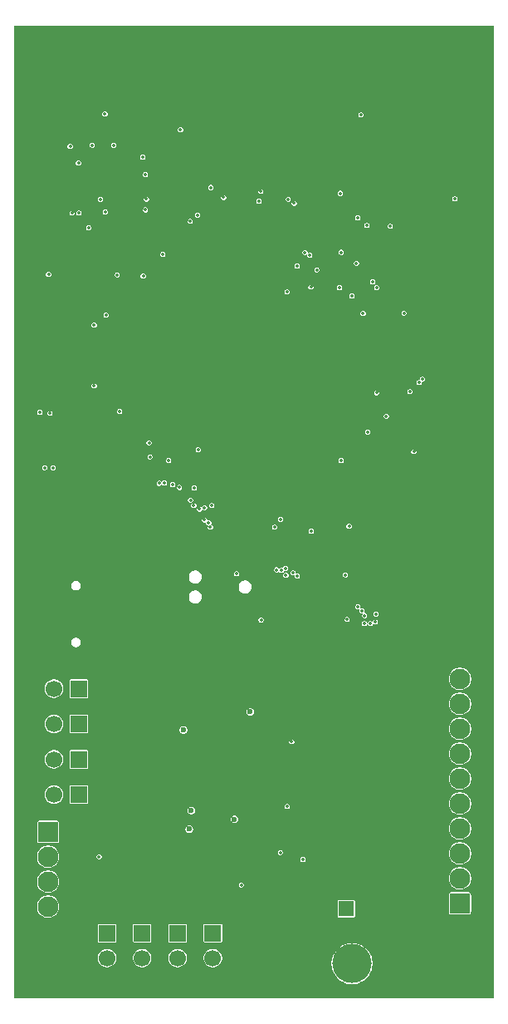
<source format=gbr>
%TF.GenerationSoftware,KiCad,Pcbnew,9.0.1*%
%TF.CreationDate,2025-05-10T22:35:42-04:00*%
%TF.ProjectId,CRVFCU,43525646-4355-42e6-9b69-6361645f7063,rev?*%
%TF.SameCoordinates,Original*%
%TF.FileFunction,Copper,L2,Inr*%
%TF.FilePolarity,Positive*%
%FSLAX46Y46*%
G04 Gerber Fmt 4.6, Leading zero omitted, Abs format (unit mm)*
G04 Created by KiCad (PCBNEW 9.0.1) date 2025-05-10 22:35:42*
%MOMM*%
%LPD*%
G01*
G04 APERTURE LIST*
G04 Aperture macros list*
%AMRoundRect*
0 Rectangle with rounded corners*
0 $1 Rounding radius*
0 $2 $3 $4 $5 $6 $7 $8 $9 X,Y pos of 4 corners*
0 Add a 4 corners polygon primitive as box body*
4,1,4,$2,$3,$4,$5,$6,$7,$8,$9,$2,$3,0*
0 Add four circle primitives for the rounded corners*
1,1,$1+$1,$2,$3*
1,1,$1+$1,$4,$5*
1,1,$1+$1,$6,$7*
1,1,$1+$1,$8,$9*
0 Add four rect primitives between the rounded corners*
20,1,$1+$1,$2,$3,$4,$5,0*
20,1,$1+$1,$4,$5,$6,$7,0*
20,1,$1+$1,$6,$7,$8,$9,0*
20,1,$1+$1,$8,$9,$2,$3,0*%
G04 Aperture macros list end*
%TA.AperFunction,ComponentPad*%
%ADD10R,1.600000X1.600000*%
%TD*%
%TA.AperFunction,ComponentPad*%
%ADD11C,1.600000*%
%TD*%
%TA.AperFunction,ComponentPad*%
%ADD12RoundRect,0.760000X-1.140000X-1.140000X1.140000X-1.140000X1.140000X1.140000X-1.140000X1.140000X0*%
%TD*%
%TA.AperFunction,ComponentPad*%
%ADD13C,4.000000*%
%TD*%
%TA.AperFunction,ComponentPad*%
%ADD14RoundRect,0.250001X0.799999X-0.799999X0.799999X0.799999X-0.799999X0.799999X-0.799999X-0.799999X0*%
%TD*%
%TA.AperFunction,ComponentPad*%
%ADD15C,2.100000*%
%TD*%
%TA.AperFunction,ComponentPad*%
%ADD16C,6.400000*%
%TD*%
%TA.AperFunction,HeatsinkPad*%
%ADD17O,2.100000X1.000000*%
%TD*%
%TA.AperFunction,HeatsinkPad*%
%ADD18O,1.800000X1.000000*%
%TD*%
%TA.AperFunction,ComponentPad*%
%ADD19RoundRect,0.250001X-0.799999X0.799999X-0.799999X-0.799999X0.799999X-0.799999X0.799999X0.799999X0*%
%TD*%
%TA.AperFunction,ComponentPad*%
%ADD20R,1.700000X1.700000*%
%TD*%
%TA.AperFunction,ComponentPad*%
%ADD21C,1.700000*%
%TD*%
%TA.AperFunction,ViaPad*%
%ADD22C,0.350000*%
%TD*%
%TA.AperFunction,ViaPad*%
%ADD23C,0.600000*%
%TD*%
G04 APERTURE END LIST*
D10*
%TO.N,VBAT*%
%TO.C,C1*%
X74400000Y-110402651D03*
D11*
%TO.N,GND*%
X74400000Y-105402651D03*
%TD*%
D12*
%TO.N,GND*%
%TO.C,BATT1*%
X70000000Y-116000000D03*
D13*
%TO.N,VBAT*%
X75000000Y-116000000D03*
%TD*%
D14*
%TO.N,VBAT*%
%TO.C,PYRO_TERM1*%
X86000000Y-109860000D03*
D15*
%TO.N,/VPYRO*%
X86000000Y-107320000D03*
X86000000Y-104780000D03*
%TO.N,/PYO0*%
X86000000Y-102240000D03*
%TO.N,/PYO1*%
X86000000Y-99700000D03*
%TO.N,/VPYRO*%
X86000000Y-97160000D03*
X86000000Y-94620000D03*
%TO.N,/PYO2*%
X86000000Y-92080000D03*
%TO.N,/PYO3*%
X86000000Y-89540000D03*
%TO.N,/VPYRO*%
X86000000Y-87000000D03*
%TD*%
D16*
%TO.N,GND*%
%TO.C,H2*%
X86000000Y-24000000D03*
%TD*%
%TO.N,GND*%
%TO.C,H3*%
X44000000Y-24000000D03*
%TD*%
D17*
%TO.N,GND*%
%TO.C,J3*%
X47355000Y-76080000D03*
D18*
X43175000Y-76080000D03*
D17*
X47355000Y-84720000D03*
D18*
X43175000Y-84720000D03*
%TD*%
D19*
%TO.N,+3V3*%
%TO.C,ARM1*%
X44000000Y-102580000D03*
D15*
%TO.N,Net-(ARM1-Pin_2)*%
X44000000Y-105120000D03*
%TO.N,+8V4*%
X44000000Y-107660000D03*
%TO.N,VBAT*%
X44000000Y-110200000D03*
%TD*%
D16*
%TO.N,GND*%
%TO.C,H4*%
X86000000Y-116000000D03*
%TD*%
%TO.N,GND*%
%TO.C,H1*%
X44000000Y-116000000D03*
%TD*%
D20*
%TO.N,/SRVO_0*%
%TO.C,PWM0*%
X47140000Y-88000001D03*
D21*
%TO.N,+8V4*%
X44600000Y-88000001D03*
%TO.N,GND*%
X42060000Y-88000001D03*
%TD*%
D20*
%TO.N,/SRVO_3*%
%TO.C,PWM3*%
X47140000Y-98800000D03*
D21*
%TO.N,+8V4*%
X44600000Y-98800000D03*
%TO.N,GND*%
X42060000Y-98800000D03*
%TD*%
D20*
%TO.N,/SRVO_2*%
%TO.C,PWM2*%
X47140000Y-95200000D03*
D21*
%TO.N,+8V4*%
X44600000Y-95200000D03*
%TO.N,GND*%
X42060000Y-95200000D03*
%TD*%
D20*
%TO.N,/SRVO_1*%
%TO.C,PWM1*%
X47140000Y-91600000D03*
D21*
%TO.N,+8V4*%
X44600000Y-91600000D03*
%TO.N,GND*%
X42060000Y-91600000D03*
%TD*%
D20*
%TO.N,/SRVO_7*%
%TO.C,PWM7*%
X60799999Y-112900000D03*
D21*
%TO.N,+8V4*%
X60799999Y-115440000D03*
%TO.N,GND*%
X60799999Y-117980000D03*
%TD*%
D20*
%TO.N,/SRVO_6*%
%TO.C,PWM6*%
X57200000Y-112900000D03*
D21*
%TO.N,+8V4*%
X57200000Y-115440000D03*
%TO.N,GND*%
X57200000Y-117980000D03*
%TD*%
D20*
%TO.N,/SRVO_5*%
%TO.C,PWM5*%
X53600001Y-112900000D03*
D21*
%TO.N,+8V4*%
X53600001Y-115440000D03*
%TO.N,GND*%
X53600001Y-117980000D03*
%TD*%
D20*
%TO.N,/SRVO_4*%
%TO.C,PWM4*%
X50000000Y-112900000D03*
D21*
%TO.N,+8V4*%
X50000000Y-115440000D03*
%TO.N,GND*%
X50000000Y-117980000D03*
%TD*%
D22*
%TO.N,GND*%
X55300000Y-107200000D03*
X55400000Y-111600000D03*
X58700000Y-111400000D03*
X52200000Y-111400000D03*
X68739168Y-76970001D03*
X72200000Y-78300000D03*
X72500000Y-67700000D03*
X78200000Y-36800000D03*
X80238155Y-39080400D03*
X44000000Y-73600000D03*
X48500000Y-73800000D03*
X46300000Y-70100000D03*
X47000000Y-71100000D03*
X46800000Y-70400000D03*
X46000000Y-71000000D03*
X70200000Y-91300000D03*
X71300000Y-96100000D03*
X71400000Y-100000000D03*
X80900000Y-118200000D03*
X66000000Y-118200000D03*
X43794658Y-60987668D03*
X68300000Y-43500000D03*
X72800000Y-46200000D03*
X72400000Y-48900000D03*
X71409419Y-48494196D03*
X69100000Y-50400000D03*
X64000000Y-43800000D03*
X53500000Y-41900000D03*
X48900000Y-24700000D03*
X88300000Y-57300000D03*
X83900000Y-78100000D03*
X84100000Y-82700000D03*
X69900000Y-87000000D03*
X63686586Y-84032157D03*
X57670219Y-82834820D03*
X50901806Y-89751664D03*
X60708089Y-86308085D03*
X54600000Y-85800000D03*
X60100000Y-87900000D03*
X56700000Y-88100000D03*
X60300000Y-98900000D03*
X53200000Y-100400000D03*
X53400000Y-98200000D03*
X57300000Y-98800000D03*
%TO.N,Net-(5V_PWR1-K)*%
X68390000Y-100000000D03*
%TO.N,GND*%
X53500000Y-105800000D03*
X80000000Y-106200000D03*
X75300000Y-101000000D03*
X75500000Y-99100000D03*
X50008577Y-47491423D03*
%TO.N,+3V3*%
X69990000Y-105400000D03*
%TO.N,Net-(3V3_PWR1-K)*%
X67690000Y-104700000D03*
%TO.N,GND*%
X77700000Y-103350000D03*
X57900000Y-36700000D03*
X56900000Y-37400000D03*
X60500000Y-79300000D03*
X62600000Y-81100000D03*
X69900000Y-70100000D03*
X70700000Y-69400000D03*
X73500000Y-32000000D03*
X71000000Y-32500000D03*
X59500000Y-79500000D03*
X50500000Y-62000000D03*
X53500000Y-68500000D03*
X65000000Y-68000000D03*
X60000000Y-60500000D03*
X56500000Y-52500000D03*
X66500000Y-54000000D03*
X70000000Y-59000000D03*
X84500000Y-52000000D03*
X83089966Y-42349658D03*
X84500000Y-37000000D03*
X61000000Y-25500000D03*
X44000000Y-29500000D03*
X45500000Y-52000000D03*
X53000000Y-73000000D03*
X47500000Y-113000000D03*
X64000000Y-114000000D03*
X81000000Y-115500000D03*
X52000000Y-86500000D03*
X80500000Y-85500000D03*
X77500000Y-85500000D03*
X71850000Y-88750000D03*
X79000000Y-96000000D03*
X66500000Y-73000000D03*
X70500000Y-74000000D03*
X70000000Y-79000000D03*
X86000000Y-82000000D03*
X51000000Y-76000000D03*
X51000000Y-81000000D03*
X54965859Y-83003832D03*
%TO.N,+3V3*%
X75000000Y-48000000D03*
%TO.N,GND*%
X43466318Y-37828385D03*
X45741401Y-26427693D03*
X54437272Y-24253725D03*
X65000000Y-28050000D03*
X74685507Y-22281987D03*
X78000000Y-24400000D03*
X79600000Y-27750000D03*
X77250000Y-30100000D03*
X80499607Y-33707957D03*
X84050000Y-33300000D03*
X85100000Y-28000000D03*
X88150000Y-49300000D03*
X77950000Y-65650000D03*
X77950000Y-72100000D03*
X75050000Y-76700000D03*
X67350000Y-63800000D03*
X76793760Y-53043945D03*
X62650330Y-56342815D03*
X60750000Y-47300000D03*
X54100000Y-56100000D03*
X45600000Y-67050000D03*
X47600000Y-62950000D03*
X44500000Y-62050000D03*
X43850000Y-59450000D03*
X42800000Y-54000000D03*
%TO.N,/BUZZ*%
X74700000Y-71450000D03*
X68850000Y-93400000D03*
%TO.N,/ARM*%
X54400000Y-64400000D03*
%TO.N,+5V*%
X85500000Y-38100000D03*
%TO.N,/SRVI_7*%
X55325000Y-67075000D03*
%TO.N,/SRVI_6*%
X55861988Y-67045505D03*
%TO.N,/SRVI_5*%
X56714420Y-67200000D03*
%TO.N,/SRVI_4*%
X57400000Y-67500000D03*
%TO.N,/SRVI_3*%
X58527447Y-68800000D03*
%TO.N,/SRVI_2*%
X58850000Y-69350000D03*
%TO.N,/SRVI_1*%
X59950000Y-70800000D03*
%TO.N,/SRVI_0*%
X60377687Y-71108521D03*
%TO.N,/SRV_OE*%
X60550000Y-71550000D03*
%TO.N,+3V3*%
X81300000Y-63850000D03*
%TO.N,GND*%
X77850000Y-93100000D03*
%TO.N,/PYC0*%
X74500000Y-80950000D03*
%TO.N,/PYR0*%
X75600000Y-79650000D03*
%TO.N,/PYR1*%
X76000000Y-80050000D03*
%TO.N,/PYC1*%
X76278000Y-80550000D03*
%TO.N,/PYC2*%
X76265832Y-81365832D03*
%TO.N,/PYR2*%
X76869167Y-81369167D03*
%TO.N,/PYR3*%
X77384415Y-81202817D03*
%TO.N,/PYC3*%
X77450000Y-80400000D03*
%TO.N,Net-(LED1-K)*%
X78900000Y-40900000D03*
%TO.N,/NEOPIX*%
X75450000Y-44650000D03*
D23*
%TO.N,+5V*%
X64610000Y-90350000D03*
D22*
%TO.N,+8V4*%
X43650000Y-65500000D03*
%TO.N,+3V3*%
X44500000Y-65500000D03*
X44200000Y-59950000D03*
X43150000Y-59850000D03*
X44050000Y-45800000D03*
X51050000Y-45850000D03*
X75900000Y-29550000D03*
%TO.N,GND*%
X74200000Y-73350000D03*
X88850000Y-66750000D03*
X84400000Y-67500000D03*
X75350000Y-66200000D03*
X75100000Y-70950000D03*
X84750000Y-73200000D03*
%TO.N,+3V3*%
X65720000Y-81000000D03*
X63220000Y-76300000D03*
%TO.N,/MAG_CS*%
X58500000Y-40400000D03*
%TO.N,/SCK*%
X47100000Y-34450000D03*
X46250000Y-32750000D03*
%TO.N,/IMU_CS*%
X59250000Y-39750000D03*
%TO.N,/IMU_INT*%
X60600000Y-36950000D03*
X53650000Y-33850000D03*
%TO.N,/SD_DET*%
X69000000Y-76200000D03*
%TO.N,/SD_DAT2*%
X67300000Y-75900000D03*
%TO.N,/SD_DAT3*%
X67800000Y-75950000D03*
%TO.N,/SD_CMD*%
X68250000Y-76450000D03*
%TO.N,/SD_CLK*%
X68224855Y-75737572D03*
%TO.N,/SD_DAT0*%
X59450000Y-69700000D03*
%TO.N,/SD_DAT1*%
X59950000Y-69550000D03*
%TO.N,+3V3*%
X74325001Y-76425000D03*
X69425000Y-76524999D03*
X70850000Y-71950000D03*
X48700000Y-50950000D03*
%TO.N,GND*%
X50100001Y-49150000D03*
%TO.N,+3V3*%
X49900000Y-49950000D03*
%TO.N,GND*%
X49300000Y-50150000D03*
%TO.N,+3V3*%
X48700000Y-57150000D03*
%TO.N,GND*%
X49112428Y-57574855D03*
%TO.N,+3V3*%
X51300000Y-59750000D03*
%TO.N,GND*%
X51700000Y-60150000D03*
%TO.N,+3V3*%
X56300000Y-64750000D03*
%TO.N,GND*%
X73500000Y-65150000D03*
%TO.N,+3V3*%
X73900000Y-64750000D03*
%TO.N,GND*%
X55700001Y-64350000D03*
%TO.N,/VLXSMPS*%
X77500000Y-47150000D03*
%TO.N,Net-(U2-PDR_ON)*%
X81835878Y-56814122D03*
%TO.N,GND*%
X78300000Y-47750000D03*
%TO.N,Net-(C13-Pad1)*%
X80900000Y-57750000D03*
%TO.N,+3V3*%
X82171756Y-56478244D03*
%TO.N,/VDDSMPS*%
X77100000Y-46550000D03*
%TO.N,GND*%
X81500000Y-57150000D03*
X75700000Y-49550000D03*
%TO.N,/VDDA*%
X68500000Y-38150000D03*
%TO.N,+3V3*%
X65500000Y-38350000D03*
%TO.N,GND*%
X54700000Y-63550000D03*
X58100000Y-66950000D03*
%TO.N,+3V3*%
X58900000Y-67550000D03*
%TO.N,GND*%
X53912428Y-45525145D03*
X65300000Y-36100000D03*
%TO.N,+3V3*%
X61900001Y-37950000D03*
%TO.N,GND*%
X62300000Y-37550000D03*
%TO.N,+3V3*%
X65699999Y-37350000D03*
X73900000Y-43550000D03*
X80299999Y-49750000D03*
%TO.N,GND*%
X80512428Y-50174855D03*
X76800000Y-50650000D03*
%TO.N,+3V3*%
X76124855Y-49762428D03*
%TO.N,GND*%
X74500000Y-44150000D03*
X82900000Y-55549999D03*
%TO.N,Net-(C14-Pad1)*%
X67100000Y-71550000D03*
%TO.N,+3V3*%
X67700000Y-70749999D03*
%TO.N,GND*%
X68500000Y-70150000D03*
%TO.N,/QSPI_IO1*%
X70700000Y-43850000D03*
%TO.N,/QSPI_CLK*%
X70200000Y-43550000D03*
%TO.N,/QSPI_IO2*%
X70800000Y-47085771D03*
%TO.N,/QSPI_IO0*%
X68362578Y-47587421D03*
%TO.N,/QSPI_IO3*%
X71412579Y-45337421D03*
%TO.N,/FLASH_CS*%
X59300000Y-63650000D03*
%TO.N,Net-(U2-BOOT0)*%
X77499999Y-57850000D03*
%TO.N,Net-(SW2-B)*%
X78500000Y-60250000D03*
%TO.N,+3V3*%
X55700000Y-43750000D03*
%TO.N,GND*%
X56124855Y-43537573D03*
%TO.N,+3V3*%
X60700000Y-69349999D03*
X53700000Y-45950000D03*
%TO.N,GND*%
X62900000Y-68200000D03*
X76387572Y-62274855D03*
%TO.N,+3V3*%
X76600000Y-61850000D03*
%TO.N,GND*%
X51050001Y-78700000D03*
%TO.N,/VDD12DSI*%
X54300001Y-62950000D03*
%TO.N,GND*%
X69500000Y-38950000D03*
%TO.N,Net-(U2-VREF+)*%
X69100000Y-38550001D03*
%TO.N,+3V3*%
X69410928Y-44935771D03*
X73710928Y-47135771D03*
X73810928Y-37535770D03*
%TO.N,/IMU_CS*%
X49800000Y-29450000D03*
%TO.N,+3V3*%
X50700000Y-32650000D03*
%TO.N,GND*%
X49400000Y-32550000D03*
%TO.N,+3V3*%
X48500000Y-32650000D03*
X57500000Y-31050000D03*
%TO.N,GND*%
X60000000Y-108300000D03*
%TO.N,+3V3*%
X63700000Y-108000000D03*
%TO.N,Net-(ARM1-Pin_2)*%
X49200000Y-105100000D03*
%TO.N,GND*%
X49170000Y-41550000D03*
%TO.N,+3V3*%
X49330000Y-38150000D03*
%TO.N,GND*%
X50200000Y-40050000D03*
%TO.N,+3V3*%
X49830000Y-39450000D03*
%TO.N,Net-(U3-C1)*%
X48130000Y-41050000D03*
%TO.N,+3V3*%
X46430000Y-39550000D03*
%TO.N,/MAG_CS*%
X47130000Y-39550000D03*
%TO.N,+3V3*%
X53925000Y-35625000D03*
X54025000Y-38125000D03*
%TO.N,/ALT_CS*%
X53925000Y-39225000D03*
D23*
%TO.N,+5V*%
X57800000Y-92200000D03*
%TO.N,+3V3*%
X63000000Y-101300000D03*
X58600000Y-100400000D03*
X58400000Y-102300000D03*
D22*
%TO.N,Net-(NEOPIX1-DIN)*%
X76505635Y-40812132D03*
%TO.N,+5V*%
X75586396Y-40034315D03*
%TD*%
%TA.AperFunction,Conductor*%
%TO.N,GND*%
G36*
X89486613Y-20513387D02*
G01*
X89499500Y-20544500D01*
X89499500Y-119455500D01*
X89486613Y-119486613D01*
X89455500Y-119499500D01*
X40544500Y-119499500D01*
X40513387Y-119486613D01*
X40500500Y-119455500D01*
X40500500Y-115347369D01*
X49059500Y-115347369D01*
X49059500Y-115532631D01*
X49071168Y-115591289D01*
X49095643Y-115714334D01*
X49166539Y-115885494D01*
X49166538Y-115885494D01*
X49268997Y-116038833D01*
X49269466Y-116039534D01*
X49400466Y-116170534D01*
X49452046Y-116204999D01*
X49554505Y-116273461D01*
X49625401Y-116302826D01*
X49725666Y-116344357D01*
X49907369Y-116380500D01*
X49907372Y-116380500D01*
X50092627Y-116380500D01*
X50092631Y-116380500D01*
X50274334Y-116344357D01*
X50445494Y-116273461D01*
X50599534Y-116170534D01*
X50730534Y-116039534D01*
X50833461Y-115885494D01*
X50904357Y-115714334D01*
X50940500Y-115532631D01*
X50940500Y-115347369D01*
X52659501Y-115347369D01*
X52659501Y-115532631D01*
X52671169Y-115591289D01*
X52695644Y-115714334D01*
X52766540Y-115885494D01*
X52766539Y-115885494D01*
X52868998Y-116038833D01*
X52869467Y-116039534D01*
X53000467Y-116170534D01*
X53052047Y-116204999D01*
X53154506Y-116273461D01*
X53225402Y-116302826D01*
X53325667Y-116344357D01*
X53507370Y-116380500D01*
X53507373Y-116380500D01*
X53692628Y-116380500D01*
X53692632Y-116380500D01*
X53874335Y-116344357D01*
X54045495Y-116273461D01*
X54199535Y-116170534D01*
X54330535Y-116039534D01*
X54433462Y-115885494D01*
X54504358Y-115714334D01*
X54540501Y-115532631D01*
X54540501Y-115347369D01*
X56259500Y-115347369D01*
X56259500Y-115532631D01*
X56271168Y-115591289D01*
X56295643Y-115714334D01*
X56366539Y-115885494D01*
X56366538Y-115885494D01*
X56468997Y-116038833D01*
X56469466Y-116039534D01*
X56600466Y-116170534D01*
X56652046Y-116204999D01*
X56754505Y-116273461D01*
X56825401Y-116302826D01*
X56925666Y-116344357D01*
X57107369Y-116380500D01*
X57107372Y-116380500D01*
X57292627Y-116380500D01*
X57292631Y-116380500D01*
X57474334Y-116344357D01*
X57645494Y-116273461D01*
X57799534Y-116170534D01*
X57930534Y-116039534D01*
X58033461Y-115885494D01*
X58104357Y-115714334D01*
X58140500Y-115532631D01*
X58140500Y-115347369D01*
X59859499Y-115347369D01*
X59859499Y-115532631D01*
X59871167Y-115591289D01*
X59895642Y-115714334D01*
X59966538Y-115885494D01*
X59966537Y-115885494D01*
X60068996Y-116038833D01*
X60069465Y-116039534D01*
X60200465Y-116170534D01*
X60252045Y-116204999D01*
X60354504Y-116273461D01*
X60425400Y-116302826D01*
X60525665Y-116344357D01*
X60707368Y-116380500D01*
X60707371Y-116380500D01*
X60892626Y-116380500D01*
X60892630Y-116380500D01*
X61074333Y-116344357D01*
X61245493Y-116273461D01*
X61399533Y-116170534D01*
X61530533Y-116039534D01*
X61633460Y-115885494D01*
X61642785Y-115862981D01*
X72909500Y-115862981D01*
X72909500Y-116137019D01*
X72921423Y-116227583D01*
X72945269Y-116408713D01*
X72992553Y-116585177D01*
X73016195Y-116673411D01*
X73121064Y-116926589D01*
X73258083Y-117163912D01*
X73424906Y-117381320D01*
X73618680Y-117575094D01*
X73836088Y-117741917D01*
X74073411Y-117878936D01*
X74326589Y-117983805D01*
X74591289Y-118054731D01*
X74862981Y-118090500D01*
X75137019Y-118090500D01*
X75408711Y-118054731D01*
X75673411Y-117983805D01*
X75926589Y-117878936D01*
X76163912Y-117741917D01*
X76381320Y-117575094D01*
X76575094Y-117381320D01*
X76741917Y-117163912D01*
X76878936Y-116926589D01*
X76983805Y-116673411D01*
X77054731Y-116408711D01*
X77090500Y-116137019D01*
X77090500Y-115862981D01*
X77054731Y-115591289D01*
X76983805Y-115326589D01*
X76878936Y-115073411D01*
X76741917Y-114836088D01*
X76575094Y-114618680D01*
X76381320Y-114424906D01*
X76163912Y-114258083D01*
X75926589Y-114121064D01*
X75673411Y-114016195D01*
X75585177Y-113992553D01*
X75408713Y-113945269D01*
X75137019Y-113909500D01*
X74862981Y-113909500D01*
X74591286Y-113945269D01*
X74326589Y-114016195D01*
X74073412Y-114121063D01*
X73836089Y-114258082D01*
X73618684Y-114424902D01*
X73424902Y-114618684D01*
X73258082Y-114836089D01*
X73121063Y-115073412D01*
X73016195Y-115326589D01*
X72945269Y-115591286D01*
X72945269Y-115591289D01*
X72909500Y-115862981D01*
X61642785Y-115862981D01*
X61704356Y-115714334D01*
X61740499Y-115532631D01*
X61740499Y-115347369D01*
X61704356Y-115165666D01*
X61633460Y-114994506D01*
X61633459Y-114994505D01*
X61633460Y-114994505D01*
X61530534Y-114840468D01*
X61530533Y-114840466D01*
X61399533Y-114709466D01*
X61398832Y-114708997D01*
X61245493Y-114606538D01*
X61074333Y-114535643D01*
X60892630Y-114499500D01*
X60707368Y-114499500D01*
X60571090Y-114526607D01*
X60525664Y-114535643D01*
X60354504Y-114606538D01*
X60200467Y-114709464D01*
X60069463Y-114840468D01*
X59966537Y-114994505D01*
X59895642Y-115165665D01*
X59895642Y-115165666D01*
X59859499Y-115347369D01*
X58140500Y-115347369D01*
X58104357Y-115165666D01*
X58033461Y-114994506D01*
X58033460Y-114994505D01*
X58033461Y-114994505D01*
X57930535Y-114840468D01*
X57930534Y-114840466D01*
X57799534Y-114709466D01*
X57798833Y-114708997D01*
X57645494Y-114606538D01*
X57474334Y-114535643D01*
X57292631Y-114499500D01*
X57107369Y-114499500D01*
X56971091Y-114526607D01*
X56925665Y-114535643D01*
X56754505Y-114606538D01*
X56600468Y-114709464D01*
X56469464Y-114840468D01*
X56366538Y-114994505D01*
X56295643Y-115165665D01*
X56295643Y-115165666D01*
X56259500Y-115347369D01*
X54540501Y-115347369D01*
X54504358Y-115165666D01*
X54433462Y-114994506D01*
X54433461Y-114994505D01*
X54433462Y-114994505D01*
X54330536Y-114840468D01*
X54330535Y-114840466D01*
X54199535Y-114709466D01*
X54198834Y-114708997D01*
X54045495Y-114606538D01*
X53874335Y-114535643D01*
X53692632Y-114499500D01*
X53507370Y-114499500D01*
X53371092Y-114526607D01*
X53325666Y-114535643D01*
X53154506Y-114606538D01*
X53000469Y-114709464D01*
X52869465Y-114840468D01*
X52766539Y-114994505D01*
X52695644Y-115165665D01*
X52695644Y-115165666D01*
X52659501Y-115347369D01*
X50940500Y-115347369D01*
X50904357Y-115165666D01*
X50833461Y-114994506D01*
X50833460Y-114994505D01*
X50833461Y-114994505D01*
X50730535Y-114840468D01*
X50730534Y-114840466D01*
X50599534Y-114709466D01*
X50598833Y-114708997D01*
X50445494Y-114606538D01*
X50274334Y-114535643D01*
X50092631Y-114499500D01*
X49907369Y-114499500D01*
X49771091Y-114526607D01*
X49725665Y-114535643D01*
X49554505Y-114606538D01*
X49400468Y-114709464D01*
X49269464Y-114840468D01*
X49166538Y-114994505D01*
X49095643Y-115165665D01*
X49095643Y-115165666D01*
X49059500Y-115347369D01*
X40500500Y-115347369D01*
X40500500Y-112041087D01*
X49059500Y-112041087D01*
X49059500Y-112041088D01*
X49059500Y-112041090D01*
X49059500Y-113758907D01*
X49059501Y-113758914D01*
X49064750Y-113785309D01*
X49064750Y-113785310D01*
X49064751Y-113785311D01*
X49084753Y-113815247D01*
X49114689Y-113835249D01*
X49141087Y-113840500D01*
X50858912Y-113840499D01*
X50885311Y-113835249D01*
X50915247Y-113815247D01*
X50935249Y-113785311D01*
X50940500Y-113758913D01*
X50940499Y-112041088D01*
X50940499Y-112041087D01*
X52659501Y-112041087D01*
X52659501Y-112041088D01*
X52659501Y-112041090D01*
X52659501Y-113758907D01*
X52659502Y-113758914D01*
X52664751Y-113785309D01*
X52664751Y-113785310D01*
X52664752Y-113785311D01*
X52684754Y-113815247D01*
X52714690Y-113835249D01*
X52741088Y-113840500D01*
X54458913Y-113840499D01*
X54485312Y-113835249D01*
X54515248Y-113815247D01*
X54535250Y-113785311D01*
X54540501Y-113758913D01*
X54540500Y-112041088D01*
X54540500Y-112041087D01*
X56259500Y-112041087D01*
X56259500Y-112041088D01*
X56259500Y-112041090D01*
X56259500Y-113758907D01*
X56259501Y-113758914D01*
X56264750Y-113785309D01*
X56264750Y-113785310D01*
X56264751Y-113785311D01*
X56284753Y-113815247D01*
X56314689Y-113835249D01*
X56341087Y-113840500D01*
X58058912Y-113840499D01*
X58085311Y-113835249D01*
X58115247Y-113815247D01*
X58135249Y-113785311D01*
X58140500Y-113758913D01*
X58140499Y-112041088D01*
X58140499Y-112041087D01*
X59859499Y-112041087D01*
X59859499Y-112041088D01*
X59859499Y-112041090D01*
X59859499Y-113758907D01*
X59859500Y-113758914D01*
X59864749Y-113785309D01*
X59864749Y-113785310D01*
X59864750Y-113785311D01*
X59884752Y-113815247D01*
X59914688Y-113835249D01*
X59941086Y-113840500D01*
X61658911Y-113840499D01*
X61685310Y-113835249D01*
X61715246Y-113815247D01*
X61735248Y-113785311D01*
X61740499Y-113758913D01*
X61740498Y-112041088D01*
X61735248Y-112014689D01*
X61715246Y-111984753D01*
X61685310Y-111964751D01*
X61658912Y-111959500D01*
X61658908Y-111959500D01*
X59941091Y-111959500D01*
X59941084Y-111959501D01*
X59914689Y-111964750D01*
X59914688Y-111964750D01*
X59884753Y-111984752D01*
X59884749Y-111984756D01*
X59864750Y-112014688D01*
X59864750Y-112014689D01*
X59859499Y-112041087D01*
X58140499Y-112041087D01*
X58135249Y-112014689D01*
X58115247Y-111984753D01*
X58085311Y-111964751D01*
X58058913Y-111959500D01*
X58058909Y-111959500D01*
X56341092Y-111959500D01*
X56341085Y-111959501D01*
X56314690Y-111964750D01*
X56314689Y-111964750D01*
X56284754Y-111984752D01*
X56284750Y-111984756D01*
X56264751Y-112014688D01*
X56264751Y-112014689D01*
X56259500Y-112041087D01*
X54540500Y-112041087D01*
X54535250Y-112014689D01*
X54515248Y-111984753D01*
X54485312Y-111964751D01*
X54458914Y-111959500D01*
X54458910Y-111959500D01*
X52741093Y-111959500D01*
X52741086Y-111959501D01*
X52714691Y-111964750D01*
X52714690Y-111964750D01*
X52684755Y-111984752D01*
X52684751Y-111984756D01*
X52664752Y-112014688D01*
X52664752Y-112014689D01*
X52659501Y-112041087D01*
X50940499Y-112041087D01*
X50935249Y-112014689D01*
X50915247Y-111984753D01*
X50885311Y-111964751D01*
X50858913Y-111959500D01*
X50858909Y-111959500D01*
X49141092Y-111959500D01*
X49141085Y-111959501D01*
X49114690Y-111964750D01*
X49114689Y-111964750D01*
X49084754Y-111984752D01*
X49084750Y-111984756D01*
X49064751Y-112014688D01*
X49064751Y-112014689D01*
X49059500Y-112041087D01*
X40500500Y-112041087D01*
X40500500Y-110110243D01*
X42859500Y-110110243D01*
X42859500Y-110289756D01*
X42859501Y-110289769D01*
X42887581Y-110467061D01*
X42887585Y-110467077D01*
X42943054Y-110637792D01*
X42943058Y-110637803D01*
X43024558Y-110797754D01*
X43130070Y-110942980D01*
X43130072Y-110942982D01*
X43130075Y-110942986D01*
X43257014Y-111069925D01*
X43257017Y-111069927D01*
X43257019Y-111069929D01*
X43402245Y-111175441D01*
X43402248Y-111175443D01*
X43562200Y-111256943D01*
X43651679Y-111286016D01*
X43732922Y-111312414D01*
X43732925Y-111312414D01*
X43732932Y-111312417D01*
X43910241Y-111340500D01*
X43910244Y-111340500D01*
X44089756Y-111340500D01*
X44089759Y-111340500D01*
X44267068Y-111312417D01*
X44437800Y-111256943D01*
X44597752Y-111175443D01*
X44742986Y-111069925D01*
X44869925Y-110942986D01*
X44975443Y-110797752D01*
X45056943Y-110637800D01*
X45112417Y-110467068D01*
X45140500Y-110289759D01*
X45140500Y-110110241D01*
X45112417Y-109932932D01*
X45056943Y-109762200D01*
X44975443Y-109602248D01*
X44969264Y-109593743D01*
X44969260Y-109593738D01*
X73509500Y-109593738D01*
X73509500Y-109593739D01*
X73509500Y-109593741D01*
X73509500Y-111211558D01*
X73509501Y-111211565D01*
X73514750Y-111237960D01*
X73514750Y-111237961D01*
X73514751Y-111237962D01*
X73534753Y-111267898D01*
X73564689Y-111287900D01*
X73591087Y-111293151D01*
X75208912Y-111293150D01*
X75235311Y-111287900D01*
X75265247Y-111267898D01*
X75285249Y-111237962D01*
X75290500Y-111211564D01*
X75290499Y-109593739D01*
X75285249Y-109567340D01*
X75265247Y-109537404D01*
X75235311Y-109517402D01*
X75208913Y-109512151D01*
X75208909Y-109512151D01*
X73591092Y-109512151D01*
X73591085Y-109512152D01*
X73564690Y-109517401D01*
X73564689Y-109517401D01*
X73534754Y-109537403D01*
X73534750Y-109537407D01*
X73514751Y-109567339D01*
X73514751Y-109567340D01*
X73509500Y-109593738D01*
X44969260Y-109593738D01*
X44869929Y-109457019D01*
X44869927Y-109457017D01*
X44869925Y-109457014D01*
X44742986Y-109330075D01*
X44742982Y-109330072D01*
X44742980Y-109330070D01*
X44597754Y-109224558D01*
X44437803Y-109143058D01*
X44437792Y-109143054D01*
X44267077Y-109087585D01*
X44267061Y-109087581D01*
X44106286Y-109062117D01*
X44089769Y-109059501D01*
X44089761Y-109059500D01*
X44089759Y-109059500D01*
X43910241Y-109059500D01*
X43910238Y-109059500D01*
X43910230Y-109059501D01*
X43732938Y-109087581D01*
X43732922Y-109087585D01*
X43562207Y-109143054D01*
X43562196Y-109143058D01*
X43402245Y-109224558D01*
X43257019Y-109330070D01*
X43130070Y-109457019D01*
X43024558Y-109602245D01*
X42943058Y-109762196D01*
X42943054Y-109762207D01*
X42887585Y-109932922D01*
X42887581Y-109932938D01*
X42859501Y-110110230D01*
X42859500Y-110110243D01*
X40500500Y-110110243D01*
X40500500Y-109020099D01*
X84859500Y-109020099D01*
X84859500Y-110699899D01*
X84866028Y-110749486D01*
X84866028Y-110749487D01*
X84916776Y-110858315D01*
X85001685Y-110943224D01*
X85110513Y-110993972D01*
X85160099Y-111000500D01*
X86839900Y-111000499D01*
X86889487Y-110993972D01*
X86998315Y-110943224D01*
X87083224Y-110858315D01*
X87133972Y-110749487D01*
X87140500Y-110699901D01*
X87140499Y-109020100D01*
X87133972Y-108970513D01*
X87083224Y-108861685D01*
X86998315Y-108776776D01*
X86889487Y-108726028D01*
X86839901Y-108719500D01*
X86839900Y-108719500D01*
X85160100Y-108719500D01*
X85110512Y-108726028D01*
X85001684Y-108776776D01*
X84916776Y-108861684D01*
X84866028Y-108970513D01*
X84859500Y-109020099D01*
X40500500Y-109020099D01*
X40500500Y-107570243D01*
X42859500Y-107570243D01*
X42859500Y-107749756D01*
X42859501Y-107749769D01*
X42887581Y-107927061D01*
X42887585Y-107927077D01*
X42943054Y-108097792D01*
X42943058Y-108097803D01*
X43024558Y-108257754D01*
X43130070Y-108402980D01*
X43130072Y-108402982D01*
X43130075Y-108402986D01*
X43257014Y-108529925D01*
X43257017Y-108529927D01*
X43257019Y-108529929D01*
X43402245Y-108635441D01*
X43402248Y-108635443D01*
X43562200Y-108716943D01*
X43590161Y-108726028D01*
X43732922Y-108772414D01*
X43732925Y-108772414D01*
X43732932Y-108772417D01*
X43910241Y-108800500D01*
X43910244Y-108800500D01*
X44089756Y-108800500D01*
X44089759Y-108800500D01*
X44267068Y-108772417D01*
X44437800Y-108716943D01*
X44597752Y-108635443D01*
X44742986Y-108529925D01*
X44869925Y-108402986D01*
X44975443Y-108257752D01*
X45056943Y-108097800D01*
X45105879Y-107947190D01*
X45105879Y-107947189D01*
X63434500Y-107947189D01*
X63434500Y-108052811D01*
X63474920Y-108150393D01*
X63549607Y-108225080D01*
X63647189Y-108265500D01*
X63647190Y-108265500D01*
X63752810Y-108265500D01*
X63752811Y-108265500D01*
X63850393Y-108225080D01*
X63925080Y-108150393D01*
X63965500Y-108052811D01*
X63965500Y-107947189D01*
X63925080Y-107849607D01*
X63850393Y-107774920D01*
X63752811Y-107734500D01*
X63647189Y-107734500D01*
X63549607Y-107774920D01*
X63474920Y-107849607D01*
X63434500Y-107947189D01*
X45105879Y-107947189D01*
X45111706Y-107929258D01*
X45111706Y-107929256D01*
X45112417Y-107927068D01*
X45140500Y-107749759D01*
X45140500Y-107570241D01*
X45112417Y-107392932D01*
X45059556Y-107230243D01*
X84859500Y-107230243D01*
X84859500Y-107409756D01*
X84859501Y-107409769D01*
X84887581Y-107587061D01*
X84887585Y-107587077D01*
X84943054Y-107757792D01*
X84943058Y-107757803D01*
X85024558Y-107917754D01*
X85130070Y-108062980D01*
X85130072Y-108062982D01*
X85130075Y-108062986D01*
X85257014Y-108189925D01*
X85257017Y-108189927D01*
X85257019Y-108189929D01*
X85402245Y-108295441D01*
X85402248Y-108295443D01*
X85562200Y-108376943D01*
X85642334Y-108402980D01*
X85732922Y-108432414D01*
X85732925Y-108432414D01*
X85732932Y-108432417D01*
X85910241Y-108460500D01*
X85910244Y-108460500D01*
X86089756Y-108460500D01*
X86089759Y-108460500D01*
X86267068Y-108432417D01*
X86437800Y-108376943D01*
X86597752Y-108295443D01*
X86742986Y-108189925D01*
X86869925Y-108062986D01*
X86975443Y-107917752D01*
X87056943Y-107757800D01*
X87112417Y-107587068D01*
X87140500Y-107409759D01*
X87140500Y-107230241D01*
X87112417Y-107052932D01*
X87056943Y-106882200D01*
X86975443Y-106722248D01*
X86888847Y-106603058D01*
X86869929Y-106577019D01*
X86869927Y-106577017D01*
X86869925Y-106577014D01*
X86742986Y-106450075D01*
X86742982Y-106450072D01*
X86742980Y-106450070D01*
X86597754Y-106344558D01*
X86437803Y-106263058D01*
X86437792Y-106263054D01*
X86267077Y-106207585D01*
X86267061Y-106207581D01*
X86089769Y-106179501D01*
X86089761Y-106179500D01*
X86089759Y-106179500D01*
X85910241Y-106179500D01*
X85910238Y-106179500D01*
X85910230Y-106179501D01*
X85732938Y-106207581D01*
X85732922Y-106207585D01*
X85562207Y-106263054D01*
X85562196Y-106263058D01*
X85402245Y-106344558D01*
X85257019Y-106450070D01*
X85130070Y-106577019D01*
X85024558Y-106722245D01*
X84943058Y-106882196D01*
X84943054Y-106882207D01*
X84887585Y-107052922D01*
X84887581Y-107052938D01*
X84859501Y-107230230D01*
X84859500Y-107230243D01*
X45059556Y-107230243D01*
X45056943Y-107222200D01*
X44975443Y-107062248D01*
X44869925Y-106917014D01*
X44742986Y-106790075D01*
X44742982Y-106790072D01*
X44742980Y-106790070D01*
X44597754Y-106684558D01*
X44437803Y-106603058D01*
X44437792Y-106603054D01*
X44267077Y-106547585D01*
X44267061Y-106547581D01*
X44089769Y-106519501D01*
X44089761Y-106519500D01*
X44089759Y-106519500D01*
X43910241Y-106519500D01*
X43910238Y-106519500D01*
X43910230Y-106519501D01*
X43732938Y-106547581D01*
X43732922Y-106547585D01*
X43562207Y-106603054D01*
X43562196Y-106603058D01*
X43402245Y-106684558D01*
X43257019Y-106790070D01*
X43130070Y-106917019D01*
X43024558Y-107062245D01*
X42943058Y-107222196D01*
X42943054Y-107222207D01*
X42887585Y-107392922D01*
X42887581Y-107392938D01*
X42859501Y-107570230D01*
X42859500Y-107570243D01*
X40500500Y-107570243D01*
X40500500Y-105030243D01*
X42859500Y-105030243D01*
X42859500Y-105209756D01*
X42859501Y-105209769D01*
X42887581Y-105387061D01*
X42887585Y-105387077D01*
X42943054Y-105557792D01*
X42943058Y-105557803D01*
X43024558Y-105717754D01*
X43130070Y-105862980D01*
X43130072Y-105862982D01*
X43130075Y-105862986D01*
X43257014Y-105989925D01*
X43257017Y-105989927D01*
X43257019Y-105989929D01*
X43402245Y-106095441D01*
X43402248Y-106095443D01*
X43562200Y-106176943D01*
X43651679Y-106206016D01*
X43732922Y-106232414D01*
X43732925Y-106232414D01*
X43732932Y-106232417D01*
X43910241Y-106260500D01*
X43910244Y-106260500D01*
X44089756Y-106260500D01*
X44089759Y-106260500D01*
X44267068Y-106232417D01*
X44437800Y-106176943D01*
X44597752Y-106095443D01*
X44742986Y-105989925D01*
X44869925Y-105862986D01*
X44975443Y-105717752D01*
X45056943Y-105557800D01*
X45112417Y-105387068D01*
X45140500Y-105209759D01*
X45140500Y-105047189D01*
X48934500Y-105047189D01*
X48934500Y-105152811D01*
X48974920Y-105250393D01*
X49049607Y-105325080D01*
X49147189Y-105365500D01*
X49147190Y-105365500D01*
X49252810Y-105365500D01*
X49252811Y-105365500D01*
X49297017Y-105347189D01*
X69724500Y-105347189D01*
X69724500Y-105452811D01*
X69764920Y-105550393D01*
X69839607Y-105625080D01*
X69937189Y-105665500D01*
X69937190Y-105665500D01*
X70042810Y-105665500D01*
X70042811Y-105665500D01*
X70140393Y-105625080D01*
X70215080Y-105550393D01*
X70255500Y-105452811D01*
X70255500Y-105347189D01*
X70215080Y-105249607D01*
X70140393Y-105174920D01*
X70042811Y-105134500D01*
X69937189Y-105134500D01*
X69839607Y-105174920D01*
X69764920Y-105249607D01*
X69724500Y-105347189D01*
X49297017Y-105347189D01*
X49350393Y-105325080D01*
X49425080Y-105250393D01*
X49465500Y-105152811D01*
X49465500Y-105047189D01*
X49425080Y-104949607D01*
X49350393Y-104874920D01*
X49252811Y-104834500D01*
X49147189Y-104834500D01*
X49049607Y-104874920D01*
X48974920Y-104949607D01*
X48934500Y-105047189D01*
X45140500Y-105047189D01*
X45140500Y-105030241D01*
X45112417Y-104852932D01*
X45056943Y-104682200D01*
X45039104Y-104647189D01*
X67424500Y-104647189D01*
X67424500Y-104752811D01*
X67464920Y-104850393D01*
X67539607Y-104925080D01*
X67637189Y-104965500D01*
X67637190Y-104965500D01*
X67742810Y-104965500D01*
X67742811Y-104965500D01*
X67840393Y-104925080D01*
X67915080Y-104850393D01*
X67955500Y-104752811D01*
X67955500Y-104690243D01*
X84859500Y-104690243D01*
X84859500Y-104869756D01*
X84859501Y-104869769D01*
X84887581Y-105047061D01*
X84887585Y-105047077D01*
X84943054Y-105217792D01*
X84943058Y-105217803D01*
X85024558Y-105377754D01*
X85130070Y-105522980D01*
X85130072Y-105522982D01*
X85130075Y-105522986D01*
X85257014Y-105649925D01*
X85257017Y-105649927D01*
X85257019Y-105649929D01*
X85278451Y-105665500D01*
X85402248Y-105755443D01*
X85562200Y-105836943D01*
X85642334Y-105862980D01*
X85732922Y-105892414D01*
X85732925Y-105892414D01*
X85732932Y-105892417D01*
X85910241Y-105920500D01*
X85910244Y-105920500D01*
X86089756Y-105920500D01*
X86089759Y-105920500D01*
X86267068Y-105892417D01*
X86437800Y-105836943D01*
X86597752Y-105755443D01*
X86742986Y-105649925D01*
X86869925Y-105522986D01*
X86975443Y-105377752D01*
X87056943Y-105217800D01*
X87112417Y-105047068D01*
X87140500Y-104869759D01*
X87140500Y-104690241D01*
X87112417Y-104512932D01*
X87056943Y-104342200D01*
X86975443Y-104182248D01*
X86888847Y-104063058D01*
X86869929Y-104037019D01*
X86869927Y-104037017D01*
X86869925Y-104037014D01*
X86742986Y-103910075D01*
X86742982Y-103910072D01*
X86742980Y-103910070D01*
X86597754Y-103804558D01*
X86437803Y-103723058D01*
X86437792Y-103723054D01*
X86267077Y-103667585D01*
X86267061Y-103667581D01*
X86089769Y-103639501D01*
X86089761Y-103639500D01*
X86089759Y-103639500D01*
X85910241Y-103639500D01*
X85910238Y-103639500D01*
X85910230Y-103639501D01*
X85732938Y-103667581D01*
X85732922Y-103667585D01*
X85562207Y-103723054D01*
X85562196Y-103723058D01*
X85402245Y-103804558D01*
X85257019Y-103910070D01*
X85130070Y-104037019D01*
X85024558Y-104182245D01*
X84943058Y-104342196D01*
X84943054Y-104342207D01*
X84887585Y-104512922D01*
X84887581Y-104512938D01*
X84859501Y-104690230D01*
X84859500Y-104690243D01*
X67955500Y-104690243D01*
X67955500Y-104647189D01*
X67915080Y-104549607D01*
X67840393Y-104474920D01*
X67742811Y-104434500D01*
X67637189Y-104434500D01*
X67539607Y-104474920D01*
X67464920Y-104549607D01*
X67424500Y-104647189D01*
X45039104Y-104647189D01*
X44975443Y-104522248D01*
X44968667Y-104512922D01*
X44869929Y-104377019D01*
X44869927Y-104377017D01*
X44869925Y-104377014D01*
X44742986Y-104250075D01*
X44742982Y-104250072D01*
X44742980Y-104250070D01*
X44597754Y-104144558D01*
X44437803Y-104063058D01*
X44437792Y-104063054D01*
X44267077Y-104007585D01*
X44267061Y-104007581D01*
X44089769Y-103979501D01*
X44089761Y-103979500D01*
X44089759Y-103979500D01*
X43910241Y-103979500D01*
X43910238Y-103979500D01*
X43910230Y-103979501D01*
X43732938Y-104007581D01*
X43732922Y-104007585D01*
X43562207Y-104063054D01*
X43562196Y-104063058D01*
X43402245Y-104144558D01*
X43257019Y-104250070D01*
X43130070Y-104377019D01*
X43024558Y-104522245D01*
X42943058Y-104682196D01*
X42943054Y-104682207D01*
X42887585Y-104852922D01*
X42887581Y-104852938D01*
X42859501Y-105030230D01*
X42859500Y-105030243D01*
X40500500Y-105030243D01*
X40500500Y-101740099D01*
X42859500Y-101740099D01*
X42859500Y-103419899D01*
X42866028Y-103469486D01*
X42866028Y-103469487D01*
X42916776Y-103578315D01*
X43001685Y-103663224D01*
X43110513Y-103713972D01*
X43160099Y-103720500D01*
X44839900Y-103720499D01*
X44889487Y-103713972D01*
X44998315Y-103663224D01*
X45083224Y-103578315D01*
X45133972Y-103469487D01*
X45140500Y-103419901D01*
X45140499Y-102248590D01*
X58009500Y-102248590D01*
X58009500Y-102351410D01*
X58028980Y-102424112D01*
X58036111Y-102450725D01*
X58036114Y-102450732D01*
X58087519Y-102539769D01*
X58087520Y-102539770D01*
X58087522Y-102539773D01*
X58160227Y-102612478D01*
X58249272Y-102663888D01*
X58348590Y-102690500D01*
X58348592Y-102690500D01*
X58451408Y-102690500D01*
X58451410Y-102690500D01*
X58550728Y-102663888D01*
X58639773Y-102612478D01*
X58712478Y-102539773D01*
X58763888Y-102450728D01*
X58790500Y-102351410D01*
X58790500Y-102248590D01*
X58764148Y-102150243D01*
X84859500Y-102150243D01*
X84859500Y-102329756D01*
X84859501Y-102329769D01*
X84887581Y-102507061D01*
X84887585Y-102507077D01*
X84943054Y-102677792D01*
X84943058Y-102677803D01*
X85024558Y-102837754D01*
X85130070Y-102982980D01*
X85130072Y-102982982D01*
X85130075Y-102982986D01*
X85257014Y-103109925D01*
X85257017Y-103109927D01*
X85257019Y-103109929D01*
X85402245Y-103215441D01*
X85402248Y-103215443D01*
X85562200Y-103296943D01*
X85651679Y-103326016D01*
X85732922Y-103352414D01*
X85732925Y-103352414D01*
X85732932Y-103352417D01*
X85910241Y-103380500D01*
X85910244Y-103380500D01*
X86089756Y-103380500D01*
X86089759Y-103380500D01*
X86267068Y-103352417D01*
X86437800Y-103296943D01*
X86597752Y-103215443D01*
X86742986Y-103109925D01*
X86869925Y-102982986D01*
X86975443Y-102837752D01*
X87056943Y-102677800D01*
X87112417Y-102507068D01*
X87140500Y-102329759D01*
X87140500Y-102150241D01*
X87112417Y-101972932D01*
X87100453Y-101936112D01*
X87056945Y-101802207D01*
X87056943Y-101802200D01*
X86975443Y-101642248D01*
X86975441Y-101642245D01*
X86869929Y-101497019D01*
X86869927Y-101497017D01*
X86869925Y-101497014D01*
X86742986Y-101370075D01*
X86742982Y-101370072D01*
X86742980Y-101370070D01*
X86597754Y-101264558D01*
X86437803Y-101183058D01*
X86437792Y-101183054D01*
X86267077Y-101127585D01*
X86267061Y-101127581D01*
X86089769Y-101099501D01*
X86089761Y-101099500D01*
X86089759Y-101099500D01*
X85910241Y-101099500D01*
X85910238Y-101099500D01*
X85910230Y-101099501D01*
X85732938Y-101127581D01*
X85732922Y-101127585D01*
X85562207Y-101183054D01*
X85562196Y-101183058D01*
X85402245Y-101264558D01*
X85257019Y-101370070D01*
X85130070Y-101497019D01*
X85024558Y-101642245D01*
X84943058Y-101802196D01*
X84943054Y-101802207D01*
X84887585Y-101972922D01*
X84887581Y-101972938D01*
X84859501Y-102150230D01*
X84859500Y-102150243D01*
X58764148Y-102150243D01*
X58763888Y-102149272D01*
X58712478Y-102060227D01*
X58639773Y-101987522D01*
X58639770Y-101987520D01*
X58639769Y-101987519D01*
X58550732Y-101936114D01*
X58550729Y-101936113D01*
X58550728Y-101936112D01*
X58550726Y-101936111D01*
X58550725Y-101936111D01*
X58524112Y-101928980D01*
X58451410Y-101909500D01*
X58348590Y-101909500D01*
X58295368Y-101923760D01*
X58249274Y-101936111D01*
X58249267Y-101936114D01*
X58160230Y-101987519D01*
X58087519Y-102060230D01*
X58036114Y-102149267D01*
X58036111Y-102149274D01*
X58033264Y-102159900D01*
X58009500Y-102248590D01*
X45140499Y-102248590D01*
X45140499Y-101740100D01*
X45133972Y-101690513D01*
X45083224Y-101581685D01*
X44998315Y-101496776D01*
X44889487Y-101446028D01*
X44839901Y-101439500D01*
X44839900Y-101439500D01*
X43160100Y-101439500D01*
X43110512Y-101446028D01*
X43001684Y-101496776D01*
X42916776Y-101581684D01*
X42866028Y-101690513D01*
X42859500Y-101740099D01*
X40500500Y-101740099D01*
X40500500Y-101248590D01*
X62609500Y-101248590D01*
X62609500Y-101351410D01*
X62628980Y-101424112D01*
X62636111Y-101450725D01*
X62636114Y-101450732D01*
X62687519Y-101539769D01*
X62687520Y-101539770D01*
X62687522Y-101539773D01*
X62760227Y-101612478D01*
X62849272Y-101663888D01*
X62948590Y-101690500D01*
X62948592Y-101690500D01*
X63051408Y-101690500D01*
X63051410Y-101690500D01*
X63150728Y-101663888D01*
X63239773Y-101612478D01*
X63312478Y-101539773D01*
X63363888Y-101450728D01*
X63390500Y-101351410D01*
X63390500Y-101248590D01*
X63363888Y-101149272D01*
X63312478Y-101060227D01*
X63239773Y-100987522D01*
X63239770Y-100987520D01*
X63239769Y-100987519D01*
X63150732Y-100936114D01*
X63150729Y-100936113D01*
X63150728Y-100936112D01*
X63150726Y-100936111D01*
X63150725Y-100936111D01*
X63124112Y-100928980D01*
X63051410Y-100909500D01*
X62948590Y-100909500D01*
X62895368Y-100923760D01*
X62849274Y-100936111D01*
X62849267Y-100936114D01*
X62760230Y-100987519D01*
X62687519Y-101060230D01*
X62636114Y-101149267D01*
X62636112Y-101149272D01*
X62609500Y-101248590D01*
X40500500Y-101248590D01*
X40500500Y-100348590D01*
X58209500Y-100348590D01*
X58209500Y-100451410D01*
X58228980Y-100524112D01*
X58236111Y-100550725D01*
X58236114Y-100550732D01*
X58287519Y-100639769D01*
X58287520Y-100639770D01*
X58287522Y-100639773D01*
X58360227Y-100712478D01*
X58449272Y-100763888D01*
X58548590Y-100790500D01*
X58548592Y-100790500D01*
X58651408Y-100790500D01*
X58651410Y-100790500D01*
X58750728Y-100763888D01*
X58839773Y-100712478D01*
X58912478Y-100639773D01*
X58963888Y-100550728D01*
X58990500Y-100451410D01*
X58990500Y-100348590D01*
X58963888Y-100249272D01*
X58912478Y-100160227D01*
X58839773Y-100087522D01*
X58839770Y-100087520D01*
X58839769Y-100087519D01*
X58750732Y-100036114D01*
X58750729Y-100036113D01*
X58750728Y-100036112D01*
X58750726Y-100036111D01*
X58750725Y-100036111D01*
X58724112Y-100028980D01*
X58651410Y-100009500D01*
X58548590Y-100009500D01*
X58495368Y-100023760D01*
X58449274Y-100036111D01*
X58449267Y-100036114D01*
X58360230Y-100087519D01*
X58287519Y-100160230D01*
X58236114Y-100249267D01*
X58236111Y-100249274D01*
X58223122Y-100297752D01*
X58209500Y-100348590D01*
X40500500Y-100348590D01*
X40500500Y-99947189D01*
X68124500Y-99947189D01*
X68124500Y-100052811D01*
X68164920Y-100150393D01*
X68239607Y-100225080D01*
X68337189Y-100265500D01*
X68337190Y-100265500D01*
X68442810Y-100265500D01*
X68442811Y-100265500D01*
X68540393Y-100225080D01*
X68615080Y-100150393D01*
X68655500Y-100052811D01*
X68655500Y-99947189D01*
X68615080Y-99849607D01*
X68540393Y-99774920D01*
X68442811Y-99734500D01*
X68337189Y-99734500D01*
X68239607Y-99774920D01*
X68164920Y-99849607D01*
X68124500Y-99947189D01*
X40500500Y-99947189D01*
X40500500Y-98707369D01*
X43659500Y-98707369D01*
X43659500Y-98892631D01*
X43672307Y-98957014D01*
X43695643Y-99074334D01*
X43766539Y-99245494D01*
X43766538Y-99245494D01*
X43868997Y-99398833D01*
X43869466Y-99399534D01*
X44000466Y-99530534D01*
X44052046Y-99564999D01*
X44154505Y-99633461D01*
X44215951Y-99658912D01*
X44325666Y-99704357D01*
X44507369Y-99740500D01*
X44507372Y-99740500D01*
X44692627Y-99740500D01*
X44692631Y-99740500D01*
X44874334Y-99704357D01*
X45045494Y-99633461D01*
X45199534Y-99530534D01*
X45330534Y-99399534D01*
X45433461Y-99245494D01*
X45504357Y-99074334D01*
X45540500Y-98892631D01*
X45540500Y-98707369D01*
X45504357Y-98525666D01*
X45433461Y-98354506D01*
X45433460Y-98354505D01*
X45433461Y-98354505D01*
X45341545Y-98216945D01*
X45330534Y-98200466D01*
X45199534Y-98069466D01*
X45058920Y-97975510D01*
X45058919Y-97975509D01*
X45045495Y-97966539D01*
X44984047Y-97941087D01*
X46199500Y-97941087D01*
X46199500Y-97941088D01*
X46199500Y-97941090D01*
X46199500Y-99658907D01*
X46199501Y-99658914D01*
X46204750Y-99685309D01*
X46204750Y-99685310D01*
X46204751Y-99685311D01*
X46224753Y-99715247D01*
X46254689Y-99735249D01*
X46281087Y-99740500D01*
X47998912Y-99740499D01*
X48025311Y-99735249D01*
X48055247Y-99715247D01*
X48075249Y-99685311D01*
X48080500Y-99658913D01*
X48080500Y-99610243D01*
X84859500Y-99610243D01*
X84859500Y-99789756D01*
X84859501Y-99789769D01*
X84887581Y-99967061D01*
X84887585Y-99967077D01*
X84943054Y-100137792D01*
X84943058Y-100137803D01*
X85024558Y-100297754D01*
X85130070Y-100442980D01*
X85130072Y-100442982D01*
X85130075Y-100442986D01*
X85257014Y-100569925D01*
X85257017Y-100569927D01*
X85257019Y-100569929D01*
X85353152Y-100639773D01*
X85402248Y-100675443D01*
X85562200Y-100756943D01*
X85583575Y-100763888D01*
X85732922Y-100812414D01*
X85732925Y-100812414D01*
X85732932Y-100812417D01*
X85910241Y-100840500D01*
X85910244Y-100840500D01*
X86089756Y-100840500D01*
X86089759Y-100840500D01*
X86267068Y-100812417D01*
X86437800Y-100756943D01*
X86597752Y-100675443D01*
X86742986Y-100569925D01*
X86869925Y-100442986D01*
X86975443Y-100297752D01*
X87056943Y-100137800D01*
X87112417Y-99967068D01*
X87140500Y-99789759D01*
X87140500Y-99610241D01*
X87112417Y-99432932D01*
X87101565Y-99399534D01*
X87056945Y-99262207D01*
X87056943Y-99262200D01*
X86975443Y-99102248D01*
X86975441Y-99102245D01*
X86869929Y-98957019D01*
X86869927Y-98957017D01*
X86869925Y-98957014D01*
X86742986Y-98830075D01*
X86742982Y-98830072D01*
X86742980Y-98830070D01*
X86597754Y-98724558D01*
X86437803Y-98643058D01*
X86437792Y-98643054D01*
X86267077Y-98587585D01*
X86267061Y-98587581D01*
X86089769Y-98559501D01*
X86089761Y-98559500D01*
X86089759Y-98559500D01*
X85910241Y-98559500D01*
X85910238Y-98559500D01*
X85910230Y-98559501D01*
X85732938Y-98587581D01*
X85732922Y-98587585D01*
X85562207Y-98643054D01*
X85562196Y-98643058D01*
X85402245Y-98724558D01*
X85257019Y-98830070D01*
X85130070Y-98957019D01*
X85024558Y-99102245D01*
X84943058Y-99262196D01*
X84943054Y-99262207D01*
X84887585Y-99432922D01*
X84887581Y-99432938D01*
X84859501Y-99610230D01*
X84859500Y-99610243D01*
X48080500Y-99610243D01*
X48080499Y-97941088D01*
X48075249Y-97914689D01*
X48055247Y-97884753D01*
X48025311Y-97864751D01*
X47998913Y-97859500D01*
X47998909Y-97859500D01*
X46281092Y-97859500D01*
X46281085Y-97859501D01*
X46254690Y-97864750D01*
X46254689Y-97864750D01*
X46224754Y-97884752D01*
X46224750Y-97884756D01*
X46204751Y-97914688D01*
X46204751Y-97914689D01*
X46199500Y-97941087D01*
X44984047Y-97941087D01*
X44874334Y-97895643D01*
X44692631Y-97859500D01*
X44507369Y-97859500D01*
X44380429Y-97884750D01*
X44325665Y-97895643D01*
X44154505Y-97966538D01*
X44000468Y-98069464D01*
X43869464Y-98200468D01*
X43766538Y-98354505D01*
X43695643Y-98525665D01*
X43695643Y-98525666D01*
X43659500Y-98707369D01*
X40500500Y-98707369D01*
X40500500Y-97070243D01*
X84859500Y-97070243D01*
X84859500Y-97249756D01*
X84859501Y-97249769D01*
X84887581Y-97427061D01*
X84887585Y-97427077D01*
X84943054Y-97597792D01*
X84943058Y-97597803D01*
X85024558Y-97757754D01*
X85130070Y-97902980D01*
X85130072Y-97902982D01*
X85130075Y-97902986D01*
X85257014Y-98029925D01*
X85257017Y-98029927D01*
X85257019Y-98029929D01*
X85402245Y-98135441D01*
X85402248Y-98135443D01*
X85562200Y-98216943D01*
X85651679Y-98246016D01*
X85732922Y-98272414D01*
X85732925Y-98272414D01*
X85732932Y-98272417D01*
X85910241Y-98300500D01*
X85910244Y-98300500D01*
X86089756Y-98300500D01*
X86089759Y-98300500D01*
X86267068Y-98272417D01*
X86437800Y-98216943D01*
X86597752Y-98135443D01*
X86742986Y-98029925D01*
X86869925Y-97902986D01*
X86975443Y-97757752D01*
X87056943Y-97597800D01*
X87112417Y-97427068D01*
X87140500Y-97249759D01*
X87140500Y-97070241D01*
X87112417Y-96892932D01*
X87056943Y-96722200D01*
X86975443Y-96562248D01*
X86869925Y-96417014D01*
X86742986Y-96290075D01*
X86742982Y-96290072D01*
X86742980Y-96290070D01*
X86597754Y-96184558D01*
X86437803Y-96103058D01*
X86437792Y-96103054D01*
X86267077Y-96047585D01*
X86267061Y-96047581D01*
X86089769Y-96019501D01*
X86089761Y-96019500D01*
X86089759Y-96019500D01*
X85910241Y-96019500D01*
X85910238Y-96019500D01*
X85910230Y-96019501D01*
X85732938Y-96047581D01*
X85732922Y-96047585D01*
X85562207Y-96103054D01*
X85562196Y-96103058D01*
X85402245Y-96184558D01*
X85257019Y-96290070D01*
X85130070Y-96417019D01*
X85024558Y-96562245D01*
X84943058Y-96722196D01*
X84943054Y-96722207D01*
X84887585Y-96892922D01*
X84887581Y-96892938D01*
X84859501Y-97070230D01*
X84859500Y-97070243D01*
X40500500Y-97070243D01*
X40500500Y-95107369D01*
X43659500Y-95107369D01*
X43659500Y-95292631D01*
X43695643Y-95474334D01*
X43766539Y-95645494D01*
X43766538Y-95645494D01*
X43824620Y-95732418D01*
X43869466Y-95799534D01*
X44000466Y-95930534D01*
X44052046Y-95964999D01*
X44154505Y-96033461D01*
X44215951Y-96058912D01*
X44325666Y-96104357D01*
X44507369Y-96140500D01*
X44507372Y-96140500D01*
X44692627Y-96140500D01*
X44692631Y-96140500D01*
X44874334Y-96104357D01*
X45045494Y-96033461D01*
X45199534Y-95930534D01*
X45330534Y-95799534D01*
X45433461Y-95645494D01*
X45504357Y-95474334D01*
X45540500Y-95292631D01*
X45540500Y-95107369D01*
X45504357Y-94925666D01*
X45433461Y-94754506D01*
X45433460Y-94754505D01*
X45433461Y-94754505D01*
X45330535Y-94600468D01*
X45330534Y-94600466D01*
X45199534Y-94469466D01*
X45058920Y-94375510D01*
X45058919Y-94375509D01*
X45045495Y-94366539D01*
X44984047Y-94341087D01*
X46199500Y-94341087D01*
X46199500Y-94341088D01*
X46199500Y-94341090D01*
X46199500Y-96058907D01*
X46199501Y-96058914D01*
X46204750Y-96085309D01*
X46204750Y-96085310D01*
X46204751Y-96085311D01*
X46224753Y-96115247D01*
X46254689Y-96135249D01*
X46281087Y-96140500D01*
X47998912Y-96140499D01*
X48025311Y-96135249D01*
X48055247Y-96115247D01*
X48075249Y-96085311D01*
X48080500Y-96058913D01*
X48080499Y-94530243D01*
X84859500Y-94530243D01*
X84859500Y-94709756D01*
X84859501Y-94709769D01*
X84887581Y-94887061D01*
X84887585Y-94887077D01*
X84943054Y-95057792D01*
X84943058Y-95057803D01*
X85024558Y-95217754D01*
X85130070Y-95362980D01*
X85130072Y-95362982D01*
X85130075Y-95362986D01*
X85257014Y-95489925D01*
X85257017Y-95489927D01*
X85257019Y-95489929D01*
X85402245Y-95595441D01*
X85402248Y-95595443D01*
X85562200Y-95676943D01*
X85651679Y-95706016D01*
X85732922Y-95732414D01*
X85732925Y-95732414D01*
X85732932Y-95732417D01*
X85910241Y-95760500D01*
X85910244Y-95760500D01*
X86089756Y-95760500D01*
X86089759Y-95760500D01*
X86267068Y-95732417D01*
X86437800Y-95676943D01*
X86597752Y-95595443D01*
X86742986Y-95489925D01*
X86869925Y-95362986D01*
X86975443Y-95217752D01*
X87056943Y-95057800D01*
X87112417Y-94887068D01*
X87140500Y-94709759D01*
X87140500Y-94530241D01*
X87112417Y-94352932D01*
X87108569Y-94341090D01*
X87083765Y-94264750D01*
X87056943Y-94182200D01*
X86975443Y-94022248D01*
X86869925Y-93877014D01*
X86742986Y-93750075D01*
X86742982Y-93750072D01*
X86742980Y-93750070D01*
X86597754Y-93644558D01*
X86437803Y-93563058D01*
X86437792Y-93563054D01*
X86267077Y-93507585D01*
X86267061Y-93507581D01*
X86089769Y-93479501D01*
X86089761Y-93479500D01*
X86089759Y-93479500D01*
X85910241Y-93479500D01*
X85910238Y-93479500D01*
X85910230Y-93479501D01*
X85732938Y-93507581D01*
X85732922Y-93507585D01*
X85562207Y-93563054D01*
X85562196Y-93563058D01*
X85402245Y-93644558D01*
X85257019Y-93750070D01*
X85130070Y-93877019D01*
X85024558Y-94022245D01*
X84943058Y-94182196D01*
X84943054Y-94182207D01*
X84887585Y-94352922D01*
X84887581Y-94352938D01*
X84859501Y-94530230D01*
X84859500Y-94530243D01*
X48080499Y-94530243D01*
X48080499Y-94341088D01*
X48075249Y-94314689D01*
X48055247Y-94284753D01*
X48025311Y-94264751D01*
X47998913Y-94259500D01*
X47998909Y-94259500D01*
X46281092Y-94259500D01*
X46281085Y-94259501D01*
X46254690Y-94264750D01*
X46254689Y-94264750D01*
X46224754Y-94284752D01*
X46224750Y-94284756D01*
X46204751Y-94314688D01*
X46204751Y-94314689D01*
X46199500Y-94341087D01*
X44984047Y-94341087D01*
X44874334Y-94295643D01*
X44692631Y-94259500D01*
X44507369Y-94259500D01*
X44380429Y-94284750D01*
X44325665Y-94295643D01*
X44154505Y-94366538D01*
X44000468Y-94469464D01*
X43869464Y-94600468D01*
X43766538Y-94754505D01*
X43695643Y-94925665D01*
X43695643Y-94925666D01*
X43659500Y-95107369D01*
X40500500Y-95107369D01*
X40500500Y-93347189D01*
X68584500Y-93347189D01*
X68584500Y-93452811D01*
X68624920Y-93550393D01*
X68699607Y-93625080D01*
X68797189Y-93665500D01*
X68797190Y-93665500D01*
X68902810Y-93665500D01*
X68902811Y-93665500D01*
X69000393Y-93625080D01*
X69075080Y-93550393D01*
X69115500Y-93452811D01*
X69115500Y-93347189D01*
X69075080Y-93249607D01*
X69000393Y-93174920D01*
X68902811Y-93134500D01*
X68797189Y-93134500D01*
X68699607Y-93174920D01*
X68624920Y-93249607D01*
X68584500Y-93347189D01*
X40500500Y-93347189D01*
X40500500Y-91507369D01*
X43659500Y-91507369D01*
X43659500Y-91692631D01*
X43683431Y-91812938D01*
X43695643Y-91874334D01*
X43766539Y-92045494D01*
X43766538Y-92045494D01*
X43868997Y-92198833D01*
X43869466Y-92199534D01*
X44000466Y-92330534D01*
X44025200Y-92347061D01*
X44154505Y-92433461D01*
X44215951Y-92458912D01*
X44325666Y-92504357D01*
X44507369Y-92540500D01*
X44507372Y-92540500D01*
X44692627Y-92540500D01*
X44692631Y-92540500D01*
X44874334Y-92504357D01*
X45045494Y-92433461D01*
X45199534Y-92330534D01*
X45330534Y-92199534D01*
X45433461Y-92045494D01*
X45504357Y-91874334D01*
X45540500Y-91692631D01*
X45540500Y-91507369D01*
X45504357Y-91325666D01*
X45433461Y-91154506D01*
X45433460Y-91154505D01*
X45433461Y-91154505D01*
X45364999Y-91052046D01*
X45330534Y-91000466D01*
X45199534Y-90869466D01*
X45058920Y-90775510D01*
X45058919Y-90775509D01*
X45045495Y-90766539D01*
X44984047Y-90741087D01*
X46199500Y-90741087D01*
X46199500Y-90741088D01*
X46199500Y-90741090D01*
X46199500Y-92458907D01*
X46199501Y-92458914D01*
X46204750Y-92485309D01*
X46204750Y-92485310D01*
X46204751Y-92485311D01*
X46224753Y-92515247D01*
X46254689Y-92535249D01*
X46281087Y-92540500D01*
X47998912Y-92540499D01*
X48025311Y-92535249D01*
X48055247Y-92515247D01*
X48075249Y-92485311D01*
X48080500Y-92458913D01*
X48080500Y-92148590D01*
X57409500Y-92148590D01*
X57409500Y-92251410D01*
X57428980Y-92324112D01*
X57436111Y-92350725D01*
X57436114Y-92350732D01*
X57487519Y-92439769D01*
X57487520Y-92439770D01*
X57487522Y-92439773D01*
X57560227Y-92512478D01*
X57560229Y-92512479D01*
X57560230Y-92512480D01*
X57608759Y-92540498D01*
X57649272Y-92563888D01*
X57748590Y-92590500D01*
X57748592Y-92590500D01*
X57851408Y-92590500D01*
X57851410Y-92590500D01*
X57950728Y-92563888D01*
X58039773Y-92512478D01*
X58112478Y-92439773D01*
X58163888Y-92350728D01*
X58190500Y-92251410D01*
X58190500Y-92148590D01*
X58163888Y-92049272D01*
X58129808Y-91990243D01*
X84859500Y-91990243D01*
X84859500Y-92169756D01*
X84859501Y-92169769D01*
X84887581Y-92347061D01*
X84887585Y-92347077D01*
X84943054Y-92517792D01*
X84943058Y-92517803D01*
X85024558Y-92677754D01*
X85130070Y-92822980D01*
X85130072Y-92822982D01*
X85130075Y-92822986D01*
X85257014Y-92949925D01*
X85257017Y-92949927D01*
X85257019Y-92949929D01*
X85402245Y-93055441D01*
X85402248Y-93055443D01*
X85562200Y-93136943D01*
X85651679Y-93166016D01*
X85732922Y-93192414D01*
X85732925Y-93192414D01*
X85732932Y-93192417D01*
X85910241Y-93220500D01*
X85910244Y-93220500D01*
X86089756Y-93220500D01*
X86089759Y-93220500D01*
X86267068Y-93192417D01*
X86437800Y-93136943D01*
X86597752Y-93055443D01*
X86742986Y-92949925D01*
X86869925Y-92822986D01*
X86975443Y-92677752D01*
X87056943Y-92517800D01*
X87112417Y-92347068D01*
X87140500Y-92169759D01*
X87140500Y-91990241D01*
X87112417Y-91812932D01*
X87056943Y-91642200D01*
X86975443Y-91482248D01*
X86869925Y-91337014D01*
X86742986Y-91210075D01*
X86742982Y-91210072D01*
X86742980Y-91210070D01*
X86597754Y-91104558D01*
X86437803Y-91023058D01*
X86437792Y-91023054D01*
X86267077Y-90967585D01*
X86267061Y-90967581D01*
X86089769Y-90939501D01*
X86089761Y-90939500D01*
X86089759Y-90939500D01*
X85910241Y-90939500D01*
X85910238Y-90939500D01*
X85910230Y-90939501D01*
X85732938Y-90967581D01*
X85732922Y-90967585D01*
X85562207Y-91023054D01*
X85562196Y-91023058D01*
X85402245Y-91104558D01*
X85257019Y-91210070D01*
X85130070Y-91337019D01*
X85024558Y-91482245D01*
X84943058Y-91642196D01*
X84943054Y-91642207D01*
X84887585Y-91812922D01*
X84887581Y-91812938D01*
X84859501Y-91990230D01*
X84859500Y-91990243D01*
X58129808Y-91990243D01*
X58112478Y-91960227D01*
X58039773Y-91887522D01*
X58039770Y-91887520D01*
X58039769Y-91887519D01*
X57950732Y-91836114D01*
X57950729Y-91836113D01*
X57950728Y-91836112D01*
X57950726Y-91836111D01*
X57950725Y-91836111D01*
X57924112Y-91828980D01*
X57851410Y-91809500D01*
X57748590Y-91809500D01*
X57695368Y-91823760D01*
X57649274Y-91836111D01*
X57649267Y-91836114D01*
X57560230Y-91887519D01*
X57487519Y-91960230D01*
X57436114Y-92049267D01*
X57436112Y-92049272D01*
X57409500Y-92148590D01*
X48080500Y-92148590D01*
X48080499Y-91507372D01*
X48080499Y-90741092D01*
X48080499Y-90741090D01*
X48080499Y-90741088D01*
X48075249Y-90714689D01*
X48055247Y-90684753D01*
X48025311Y-90664751D01*
X47998913Y-90659500D01*
X47998909Y-90659500D01*
X46281092Y-90659500D01*
X46281085Y-90659501D01*
X46254690Y-90664750D01*
X46254689Y-90664750D01*
X46224754Y-90684752D01*
X46224750Y-90684756D01*
X46204751Y-90714688D01*
X46204751Y-90714689D01*
X46199500Y-90741087D01*
X44984047Y-90741087D01*
X44874334Y-90695643D01*
X44692631Y-90659500D01*
X44507369Y-90659500D01*
X44380429Y-90684750D01*
X44325665Y-90695643D01*
X44154505Y-90766538D01*
X44000468Y-90869464D01*
X43869464Y-91000468D01*
X43766538Y-91154505D01*
X43695643Y-91325665D01*
X43695643Y-91325666D01*
X43659500Y-91507369D01*
X40500500Y-91507369D01*
X40500500Y-90298590D01*
X64219500Y-90298590D01*
X64219500Y-90401410D01*
X64221782Y-90409925D01*
X64246111Y-90500725D01*
X64246114Y-90500732D01*
X64297519Y-90589769D01*
X64297520Y-90589770D01*
X64297522Y-90589773D01*
X64370227Y-90662478D01*
X64370229Y-90662479D01*
X64370230Y-90662480D01*
X64408810Y-90684754D01*
X64459272Y-90713888D01*
X64558590Y-90740500D01*
X64558592Y-90740500D01*
X64661408Y-90740500D01*
X64661410Y-90740500D01*
X64760728Y-90713888D01*
X64849773Y-90662478D01*
X64922478Y-90589773D01*
X64973888Y-90500728D01*
X65000500Y-90401410D01*
X65000500Y-90298590D01*
X64973888Y-90199272D01*
X64922478Y-90110227D01*
X64849773Y-90037522D01*
X64849770Y-90037520D01*
X64849769Y-90037519D01*
X64760732Y-89986114D01*
X64760729Y-89986113D01*
X64760728Y-89986112D01*
X64760726Y-89986111D01*
X64760725Y-89986111D01*
X64729677Y-89977792D01*
X64661410Y-89959500D01*
X64558590Y-89959500D01*
X64505368Y-89973760D01*
X64459274Y-89986111D01*
X64459267Y-89986114D01*
X64370230Y-90037519D01*
X64297519Y-90110230D01*
X64246114Y-90199267D01*
X64246112Y-90199272D01*
X64219500Y-90298590D01*
X40500500Y-90298590D01*
X40500500Y-89450243D01*
X84859500Y-89450243D01*
X84859500Y-89629756D01*
X84859501Y-89629769D01*
X84887581Y-89807061D01*
X84887585Y-89807077D01*
X84943054Y-89977792D01*
X84943058Y-89977803D01*
X85024558Y-90137754D01*
X85130070Y-90282980D01*
X85130072Y-90282982D01*
X85130075Y-90282986D01*
X85257014Y-90409925D01*
X85257017Y-90409927D01*
X85257019Y-90409929D01*
X85381990Y-90500725D01*
X85402248Y-90515443D01*
X85562200Y-90596943D01*
X85651679Y-90626016D01*
X85732922Y-90652414D01*
X85732925Y-90652414D01*
X85732932Y-90652417D01*
X85910241Y-90680500D01*
X85910244Y-90680500D01*
X86089756Y-90680500D01*
X86089759Y-90680500D01*
X86267068Y-90652417D01*
X86437800Y-90596943D01*
X86597752Y-90515443D01*
X86742986Y-90409925D01*
X86869925Y-90282986D01*
X86975443Y-90137752D01*
X87056943Y-89977800D01*
X87112417Y-89807068D01*
X87140500Y-89629759D01*
X87140500Y-89450241D01*
X87112417Y-89272932D01*
X87056943Y-89102200D01*
X86975443Y-88942248D01*
X86955828Y-88915250D01*
X86869929Y-88797019D01*
X86869927Y-88797017D01*
X86869925Y-88797014D01*
X86742986Y-88670075D01*
X86742982Y-88670072D01*
X86742980Y-88670070D01*
X86597754Y-88564558D01*
X86437803Y-88483058D01*
X86437792Y-88483054D01*
X86267077Y-88427585D01*
X86267061Y-88427581D01*
X86089769Y-88399501D01*
X86089761Y-88399500D01*
X86089759Y-88399500D01*
X85910241Y-88399500D01*
X85910238Y-88399500D01*
X85910230Y-88399501D01*
X85732938Y-88427581D01*
X85732922Y-88427585D01*
X85562207Y-88483054D01*
X85562196Y-88483058D01*
X85402245Y-88564558D01*
X85257019Y-88670070D01*
X85130070Y-88797019D01*
X85024558Y-88942245D01*
X84943058Y-89102196D01*
X84943054Y-89102207D01*
X84887585Y-89272922D01*
X84887581Y-89272938D01*
X84859501Y-89450230D01*
X84859500Y-89450243D01*
X40500500Y-89450243D01*
X40500500Y-87907370D01*
X43659500Y-87907370D01*
X43659500Y-88092632D01*
X43669022Y-88140500D01*
X43695643Y-88274335D01*
X43766539Y-88445495D01*
X43766538Y-88445495D01*
X43846094Y-88564557D01*
X43869466Y-88599535D01*
X44000466Y-88730535D01*
X44052046Y-88765000D01*
X44154505Y-88833462D01*
X44215951Y-88858913D01*
X44325666Y-88904358D01*
X44507369Y-88940501D01*
X44507372Y-88940501D01*
X44692627Y-88940501D01*
X44692631Y-88940501D01*
X44874334Y-88904358D01*
X45045494Y-88833462D01*
X45199534Y-88730535D01*
X45330534Y-88599535D01*
X45433461Y-88445495D01*
X45504357Y-88274335D01*
X45540500Y-88092632D01*
X45540500Y-87907370D01*
X45504357Y-87725667D01*
X45433461Y-87554507D01*
X45433460Y-87554506D01*
X45433461Y-87554506D01*
X45330535Y-87400469D01*
X45330534Y-87400467D01*
X45199534Y-87269467D01*
X45058920Y-87175511D01*
X45058919Y-87175510D01*
X45045495Y-87166540D01*
X44984047Y-87141088D01*
X46199500Y-87141088D01*
X46199500Y-87141089D01*
X46199500Y-87141091D01*
X46199500Y-88858908D01*
X46199501Y-88858915D01*
X46204750Y-88885310D01*
X46204750Y-88885311D01*
X46204751Y-88885312D01*
X46224753Y-88915248D01*
X46254689Y-88935250D01*
X46281087Y-88940501D01*
X47998912Y-88940500D01*
X48025311Y-88935250D01*
X48055247Y-88915248D01*
X48075249Y-88885312D01*
X48080500Y-88858914D01*
X48080499Y-87141089D01*
X48075249Y-87114690D01*
X48055247Y-87084754D01*
X48025311Y-87064752D01*
X47998913Y-87059501D01*
X47998909Y-87059501D01*
X46281092Y-87059501D01*
X46281085Y-87059502D01*
X46254690Y-87064751D01*
X46254689Y-87064751D01*
X46224754Y-87084753D01*
X46224750Y-87084757D01*
X46204751Y-87114689D01*
X46204751Y-87114690D01*
X46199500Y-87141088D01*
X44984047Y-87141088D01*
X44874334Y-87095644D01*
X44844733Y-87089756D01*
X44692631Y-87059501D01*
X44507369Y-87059501D01*
X44380429Y-87084751D01*
X44325665Y-87095644D01*
X44154505Y-87166539D01*
X44000468Y-87269465D01*
X43869464Y-87400469D01*
X43766538Y-87554506D01*
X43695643Y-87725666D01*
X43695643Y-87725667D01*
X43659500Y-87907370D01*
X40500500Y-87907370D01*
X40500500Y-86910243D01*
X84859500Y-86910243D01*
X84859500Y-87089756D01*
X84859501Y-87089769D01*
X84887581Y-87267061D01*
X84887585Y-87267077D01*
X84943054Y-87437792D01*
X84943058Y-87437803D01*
X85024558Y-87597754D01*
X85130070Y-87742980D01*
X85130072Y-87742982D01*
X85130075Y-87742986D01*
X85257014Y-87869925D01*
X85257017Y-87869927D01*
X85257019Y-87869929D01*
X85308553Y-87907370D01*
X85402248Y-87975443D01*
X85562200Y-88056943D01*
X85651679Y-88086016D01*
X85732922Y-88112414D01*
X85732925Y-88112414D01*
X85732932Y-88112417D01*
X85910241Y-88140500D01*
X85910244Y-88140500D01*
X86089756Y-88140500D01*
X86089759Y-88140500D01*
X86267068Y-88112417D01*
X86437800Y-88056943D01*
X86597752Y-87975443D01*
X86742986Y-87869925D01*
X86869925Y-87742986D01*
X86975443Y-87597752D01*
X87056943Y-87437800D01*
X87112417Y-87267068D01*
X87140500Y-87089759D01*
X87140500Y-86910241D01*
X87112417Y-86732932D01*
X87056943Y-86562200D01*
X86975443Y-86402248D01*
X86869925Y-86257014D01*
X86742986Y-86130075D01*
X86742982Y-86130072D01*
X86742980Y-86130070D01*
X86597754Y-86024558D01*
X86437803Y-85943058D01*
X86437792Y-85943054D01*
X86267077Y-85887585D01*
X86267061Y-85887581D01*
X86089769Y-85859501D01*
X86089761Y-85859500D01*
X86089759Y-85859500D01*
X85910241Y-85859500D01*
X85910238Y-85859500D01*
X85910230Y-85859501D01*
X85732938Y-85887581D01*
X85732922Y-85887585D01*
X85562207Y-85943054D01*
X85562196Y-85943058D01*
X85402245Y-86024558D01*
X85257019Y-86130070D01*
X85130070Y-86257019D01*
X85024558Y-86402245D01*
X84943058Y-86562196D01*
X84943054Y-86562207D01*
X84887585Y-86732922D01*
X84887581Y-86732938D01*
X84859501Y-86910230D01*
X84859500Y-86910243D01*
X40500500Y-86910243D01*
X40500500Y-83226083D01*
X46369500Y-83226083D01*
X46369500Y-83353917D01*
X46402586Y-83477396D01*
X46466504Y-83588104D01*
X46556896Y-83678496D01*
X46667604Y-83742414D01*
X46791083Y-83775500D01*
X46791085Y-83775500D01*
X46918915Y-83775500D01*
X46918917Y-83775500D01*
X47042396Y-83742414D01*
X47153104Y-83678496D01*
X47243496Y-83588104D01*
X47307414Y-83477396D01*
X47340500Y-83353917D01*
X47340500Y-83226083D01*
X47307414Y-83102604D01*
X47243496Y-82991896D01*
X47153104Y-82901504D01*
X47153103Y-82901503D01*
X47042400Y-82837588D01*
X47042396Y-82837586D01*
X46918917Y-82804500D01*
X46791083Y-82804500D01*
X46708763Y-82826557D01*
X46667603Y-82837586D01*
X46667599Y-82837588D01*
X46556897Y-82901503D01*
X46556896Y-82901503D01*
X46466503Y-82991896D01*
X46466503Y-82991897D01*
X46402588Y-83102599D01*
X46402586Y-83102603D01*
X46402586Y-83102604D01*
X46369500Y-83226083D01*
X40500500Y-83226083D01*
X40500500Y-81313021D01*
X76000332Y-81313021D01*
X76000332Y-81418643D01*
X76040752Y-81516225D01*
X76115439Y-81590912D01*
X76213021Y-81631332D01*
X76213022Y-81631332D01*
X76318642Y-81631332D01*
X76318643Y-81631332D01*
X76416225Y-81590912D01*
X76490912Y-81516225D01*
X76526159Y-81431130D01*
X76549970Y-81407320D01*
X76583646Y-81407320D01*
X76607459Y-81431133D01*
X76644087Y-81519560D01*
X76718774Y-81594247D01*
X76816356Y-81634667D01*
X76816357Y-81634667D01*
X76921977Y-81634667D01*
X76921978Y-81634667D01*
X77019560Y-81594247D01*
X77094247Y-81519560D01*
X77134667Y-81421978D01*
X77134667Y-81421976D01*
X77136325Y-81417974D01*
X77138151Y-81418730D01*
X77152818Y-81396780D01*
X77185847Y-81390209D01*
X77208374Y-81402249D01*
X77234022Y-81427897D01*
X77331604Y-81468317D01*
X77331605Y-81468317D01*
X77437225Y-81468317D01*
X77437226Y-81468317D01*
X77534808Y-81427897D01*
X77609495Y-81353210D01*
X77649915Y-81255628D01*
X77649915Y-81150006D01*
X77609495Y-81052424D01*
X77534808Y-80977737D01*
X77437226Y-80937317D01*
X77331604Y-80937317D01*
X77234022Y-80977737D01*
X77159335Y-81052424D01*
X77122749Y-81140752D01*
X77117257Y-81154010D01*
X77115436Y-81153255D01*
X77100734Y-81175223D01*
X77067699Y-81181767D01*
X77045206Y-81169733D01*
X77019560Y-81144087D01*
X76921978Y-81103667D01*
X76816356Y-81103667D01*
X76718774Y-81144087D01*
X76644087Y-81218774D01*
X76628822Y-81255628D01*
X76608841Y-81303865D01*
X76585028Y-81327678D01*
X76551352Y-81327678D01*
X76527539Y-81303865D01*
X76490912Y-81215439D01*
X76416225Y-81140752D01*
X76318643Y-81100332D01*
X76213021Y-81100332D01*
X76115439Y-81140752D01*
X76040752Y-81215439D01*
X76000332Y-81313021D01*
X40500500Y-81313021D01*
X40500500Y-80947189D01*
X65454500Y-80947189D01*
X65454500Y-81052811D01*
X65494920Y-81150393D01*
X65569607Y-81225080D01*
X65667189Y-81265500D01*
X65667190Y-81265500D01*
X65772810Y-81265500D01*
X65772811Y-81265500D01*
X65870393Y-81225080D01*
X65945080Y-81150393D01*
X65985500Y-81052811D01*
X65985500Y-80947189D01*
X65964789Y-80897189D01*
X74234500Y-80897189D01*
X74234500Y-81002811D01*
X74274920Y-81100393D01*
X74349607Y-81175080D01*
X74447189Y-81215500D01*
X74447190Y-81215500D01*
X74552810Y-81215500D01*
X74552811Y-81215500D01*
X74650393Y-81175080D01*
X74725080Y-81100393D01*
X74765500Y-81002811D01*
X74765500Y-80897189D01*
X74725080Y-80799607D01*
X74650393Y-80724920D01*
X74552811Y-80684500D01*
X74447189Y-80684500D01*
X74349607Y-80724920D01*
X74274920Y-80799607D01*
X74234500Y-80897189D01*
X65964789Y-80897189D01*
X65945080Y-80849607D01*
X65870393Y-80774920D01*
X65772811Y-80734500D01*
X65667189Y-80734500D01*
X65569607Y-80774920D01*
X65494920Y-80849607D01*
X65454500Y-80947189D01*
X40500500Y-80947189D01*
X40500500Y-79597189D01*
X75334500Y-79597189D01*
X75334500Y-79702811D01*
X75374920Y-79800393D01*
X75449607Y-79875080D01*
X75547189Y-79915500D01*
X75547190Y-79915500D01*
X75652810Y-79915500D01*
X75652811Y-79915500D01*
X75694125Y-79898387D01*
X75727799Y-79898387D01*
X75751612Y-79922200D01*
X75751612Y-79955875D01*
X75734500Y-79997189D01*
X75734500Y-80102811D01*
X75774920Y-80200393D01*
X75849607Y-80275080D01*
X75947189Y-80315500D01*
X75947190Y-80315500D01*
X76030802Y-80315500D01*
X76061915Y-80328387D01*
X76074802Y-80359500D01*
X76061915Y-80390611D01*
X76052920Y-80399607D01*
X76012500Y-80497189D01*
X76012500Y-80602811D01*
X76052920Y-80700393D01*
X76127607Y-80775080D01*
X76225189Y-80815500D01*
X76225190Y-80815500D01*
X76330810Y-80815500D01*
X76330811Y-80815500D01*
X76428393Y-80775080D01*
X76503080Y-80700393D01*
X76543500Y-80602811D01*
X76543500Y-80497189D01*
X76503080Y-80399607D01*
X76450662Y-80347189D01*
X77184500Y-80347189D01*
X77184500Y-80452811D01*
X77224920Y-80550393D01*
X77299607Y-80625080D01*
X77397189Y-80665500D01*
X77397190Y-80665500D01*
X77502810Y-80665500D01*
X77502811Y-80665500D01*
X77600393Y-80625080D01*
X77675080Y-80550393D01*
X77715500Y-80452811D01*
X77715500Y-80347189D01*
X77675080Y-80249607D01*
X77600393Y-80174920D01*
X77502811Y-80134500D01*
X77397189Y-80134500D01*
X77299607Y-80174920D01*
X77224920Y-80249607D01*
X77184500Y-80347189D01*
X76450662Y-80347189D01*
X76428393Y-80324920D01*
X76330811Y-80284500D01*
X76247198Y-80284500D01*
X76216085Y-80271613D01*
X76203198Y-80240500D01*
X76216084Y-80209388D01*
X76225080Y-80200393D01*
X76265500Y-80102811D01*
X76265500Y-79997189D01*
X76225080Y-79899607D01*
X76150393Y-79824920D01*
X76052811Y-79784500D01*
X75947189Y-79784500D01*
X75905875Y-79801612D01*
X75872199Y-79801611D01*
X75848387Y-79777798D01*
X75848387Y-79744125D01*
X75865500Y-79702811D01*
X75865500Y-79597189D01*
X75825080Y-79499607D01*
X75750393Y-79424920D01*
X75652811Y-79384500D01*
X75547189Y-79384500D01*
X75449607Y-79424920D01*
X75374920Y-79499607D01*
X75334500Y-79597189D01*
X40500500Y-79597189D01*
X40500500Y-78586409D01*
X58354200Y-78586409D01*
X58354200Y-78715591D01*
X58379402Y-78842290D01*
X58428840Y-78961642D01*
X58500124Y-79068325D01*
X58500607Y-79069048D01*
X58591952Y-79160393D01*
X58645295Y-79196036D01*
X58699357Y-79232159D01*
X58699358Y-79232159D01*
X58699362Y-79232162D01*
X58818710Y-79281598D01*
X58945409Y-79306800D01*
X58945412Y-79306800D01*
X59074587Y-79306800D01*
X59074591Y-79306800D01*
X59201290Y-79281598D01*
X59320638Y-79232162D01*
X59428048Y-79160393D01*
X59519393Y-79069048D01*
X59591162Y-78961638D01*
X59640598Y-78842290D01*
X59665800Y-78715591D01*
X59665800Y-78586409D01*
X59640598Y-78459710D01*
X59591162Y-78340362D01*
X59519393Y-78232952D01*
X59428048Y-78141607D01*
X59427325Y-78141124D01*
X59320642Y-78069840D01*
X59320639Y-78069838D01*
X59320638Y-78069838D01*
X59201290Y-78020402D01*
X59074591Y-77995200D01*
X58945409Y-77995200D01*
X58850384Y-78014101D01*
X58818709Y-78020402D01*
X58699357Y-78069840D01*
X58591954Y-78141605D01*
X58500605Y-78232954D01*
X58428840Y-78340357D01*
X58428838Y-78340362D01*
X58379402Y-78459710D01*
X58354200Y-78586409D01*
X40500500Y-78586409D01*
X40500500Y-77446083D01*
X46369500Y-77446083D01*
X46369500Y-77573917D01*
X46402586Y-77697396D01*
X46466504Y-77808104D01*
X46556896Y-77898496D01*
X46667604Y-77962414D01*
X46791083Y-77995500D01*
X46791085Y-77995500D01*
X46918915Y-77995500D01*
X46918917Y-77995500D01*
X47042396Y-77962414D01*
X47153104Y-77898496D01*
X47243496Y-77808104D01*
X47307414Y-77697396D01*
X47340500Y-77573917D01*
X47340500Y-77570409D01*
X63434200Y-77570409D01*
X63434200Y-77699591D01*
X63455784Y-77808102D01*
X63459402Y-77826290D01*
X63508840Y-77945642D01*
X63580124Y-78052325D01*
X63580607Y-78053048D01*
X63671952Y-78144393D01*
X63725295Y-78180036D01*
X63779357Y-78216159D01*
X63779358Y-78216159D01*
X63779362Y-78216162D01*
X63898710Y-78265598D01*
X64025409Y-78290800D01*
X64025412Y-78290800D01*
X64154587Y-78290800D01*
X64154591Y-78290800D01*
X64281290Y-78265598D01*
X64400638Y-78216162D01*
X64508048Y-78144393D01*
X64599393Y-78053048D01*
X64671162Y-77945638D01*
X64720598Y-77826290D01*
X64745800Y-77699591D01*
X64745800Y-77570409D01*
X64720598Y-77443710D01*
X64671162Y-77324362D01*
X64669987Y-77322604D01*
X64599394Y-77216954D01*
X64599393Y-77216952D01*
X64508048Y-77125607D01*
X64501906Y-77121503D01*
X64400642Y-77053840D01*
X64400639Y-77053838D01*
X64400638Y-77053838D01*
X64281290Y-77004402D01*
X64154591Y-76979200D01*
X64025409Y-76979200D01*
X63930384Y-76998101D01*
X63898709Y-77004402D01*
X63779357Y-77053840D01*
X63671954Y-77125605D01*
X63580605Y-77216954D01*
X63508840Y-77324357D01*
X63508838Y-77324362D01*
X63459402Y-77443710D01*
X63434200Y-77570409D01*
X47340500Y-77570409D01*
X47340500Y-77446083D01*
X47307414Y-77322604D01*
X47243496Y-77211896D01*
X47153104Y-77121504D01*
X47153103Y-77121503D01*
X47042400Y-77057588D01*
X47042396Y-77057586D01*
X46918917Y-77024500D01*
X46791083Y-77024500D01*
X46708763Y-77046557D01*
X46667603Y-77057586D01*
X46667599Y-77057588D01*
X46556897Y-77121503D01*
X46556896Y-77121503D01*
X46466503Y-77211896D01*
X46466503Y-77211897D01*
X46402588Y-77322599D01*
X46402586Y-77322603D01*
X46402586Y-77322604D01*
X46369500Y-77446083D01*
X40500500Y-77446083D01*
X40500500Y-76554409D01*
X58354200Y-76554409D01*
X58354200Y-76683591D01*
X58375465Y-76790499D01*
X58379402Y-76810290D01*
X58428840Y-76929642D01*
X58492223Y-77024500D01*
X58500607Y-77037048D01*
X58591952Y-77128393D01*
X58645295Y-77164036D01*
X58699357Y-77200159D01*
X58699358Y-77200159D01*
X58699362Y-77200162D01*
X58818710Y-77249598D01*
X58945409Y-77274800D01*
X58945412Y-77274800D01*
X59074587Y-77274800D01*
X59074591Y-77274800D01*
X59201290Y-77249598D01*
X59320638Y-77200162D01*
X59428048Y-77128393D01*
X59519393Y-77037048D01*
X59591162Y-76929638D01*
X59640598Y-76810290D01*
X59665800Y-76683591D01*
X59665800Y-76554409D01*
X59640598Y-76427710D01*
X59591162Y-76308362D01*
X59591159Y-76308357D01*
X59591158Y-76308355D01*
X59591157Y-76308352D01*
X59563730Y-76267306D01*
X59563725Y-76267300D01*
X59558513Y-76259499D01*
X59550288Y-76247189D01*
X62954500Y-76247189D01*
X62954500Y-76352811D01*
X62994920Y-76450393D01*
X63069607Y-76525080D01*
X63167189Y-76565500D01*
X63167190Y-76565500D01*
X63272810Y-76565500D01*
X63272811Y-76565500D01*
X63370393Y-76525080D01*
X63445080Y-76450393D01*
X63467118Y-76397189D01*
X67984500Y-76397189D01*
X67984500Y-76502811D01*
X68024920Y-76600393D01*
X68099607Y-76675080D01*
X68197189Y-76715500D01*
X68197190Y-76715500D01*
X68302810Y-76715500D01*
X68302811Y-76715500D01*
X68400393Y-76675080D01*
X68475080Y-76600393D01*
X68515500Y-76502811D01*
X68515500Y-76397189D01*
X68475080Y-76299607D01*
X68400393Y-76224920D01*
X68302811Y-76184500D01*
X68197189Y-76184500D01*
X68099607Y-76224920D01*
X68024920Y-76299607D01*
X67984500Y-76397189D01*
X63467118Y-76397189D01*
X63485500Y-76352811D01*
X63485500Y-76247189D01*
X63445080Y-76149607D01*
X63370393Y-76074920D01*
X63272811Y-76034500D01*
X63167189Y-76034500D01*
X63069607Y-76074920D01*
X62994920Y-76149607D01*
X62954500Y-76247189D01*
X59550288Y-76247189D01*
X59519393Y-76200952D01*
X59428048Y-76109607D01*
X59414255Y-76100391D01*
X59320642Y-76037840D01*
X59320639Y-76037838D01*
X59320638Y-76037838D01*
X59201290Y-75988402D01*
X59074591Y-75963200D01*
X58945409Y-75963200D01*
X58850384Y-75982101D01*
X58818709Y-75988402D01*
X58699357Y-76037840D01*
X58591954Y-76109605D01*
X58500605Y-76200954D01*
X58428840Y-76308357D01*
X58380492Y-76425079D01*
X58379402Y-76427710D01*
X58354200Y-76554409D01*
X40500500Y-76554409D01*
X40500500Y-75847189D01*
X67034500Y-75847189D01*
X67034500Y-75952811D01*
X67074920Y-76050393D01*
X67149607Y-76125080D01*
X67247189Y-76165500D01*
X67247190Y-76165500D01*
X67352810Y-76165500D01*
X67352811Y-76165500D01*
X67450393Y-76125080D01*
X67499114Y-76076358D01*
X67530226Y-76063471D01*
X67561338Y-76076358D01*
X67570876Y-76090631D01*
X67574920Y-76100393D01*
X67649607Y-76175080D01*
X67747189Y-76215500D01*
X67747190Y-76215500D01*
X67852810Y-76215500D01*
X67852811Y-76215500D01*
X67950393Y-76175080D01*
X67978284Y-76147189D01*
X68734500Y-76147189D01*
X68734500Y-76252811D01*
X68774920Y-76350393D01*
X68849607Y-76425080D01*
X68947189Y-76465500D01*
X68947190Y-76465500D01*
X69052810Y-76465500D01*
X69052811Y-76465500D01*
X69098664Y-76446507D01*
X69132338Y-76446507D01*
X69156151Y-76470320D01*
X69159500Y-76487158D01*
X69159500Y-76577810D01*
X69199920Y-76675392D01*
X69274607Y-76750079D01*
X69372189Y-76790499D01*
X69372190Y-76790499D01*
X69477810Y-76790499D01*
X69477811Y-76790499D01*
X69575393Y-76750079D01*
X69650080Y-76675392D01*
X69690500Y-76577810D01*
X69690500Y-76472188D01*
X69654258Y-76384692D01*
X69654258Y-76384691D01*
X69650081Y-76374608D01*
X69650080Y-76374607D01*
X69650080Y-76374606D01*
X69647663Y-76372189D01*
X74059501Y-76372189D01*
X74059501Y-76477811D01*
X74099921Y-76575393D01*
X74174608Y-76650080D01*
X74272190Y-76690500D01*
X74272191Y-76690500D01*
X74377811Y-76690500D01*
X74377812Y-76690500D01*
X74475394Y-76650080D01*
X74550081Y-76575393D01*
X74590501Y-76477811D01*
X74590501Y-76372189D01*
X74550081Y-76274607D01*
X74475394Y-76199920D01*
X74377812Y-76159500D01*
X74272190Y-76159500D01*
X74174608Y-76199920D01*
X74099921Y-76274607D01*
X74059501Y-76372189D01*
X69647663Y-76372189D01*
X69575393Y-76299919D01*
X69477811Y-76259499D01*
X69372189Y-76259499D01*
X69326338Y-76278491D01*
X69292661Y-76278491D01*
X69268849Y-76254678D01*
X69265500Y-76237840D01*
X69265500Y-76147190D01*
X69256342Y-76125080D01*
X69225080Y-76049607D01*
X69150393Y-75974920D01*
X69052811Y-75934500D01*
X68947189Y-75934500D01*
X68849607Y-75974920D01*
X68774920Y-76049607D01*
X68734500Y-76147189D01*
X67978284Y-76147189D01*
X68025080Y-76100393D01*
X68064173Y-76006013D01*
X68087985Y-75982202D01*
X68121660Y-75982202D01*
X68172044Y-76003072D01*
X68172045Y-76003072D01*
X68277665Y-76003072D01*
X68277666Y-76003072D01*
X68375248Y-75962652D01*
X68449935Y-75887965D01*
X68490355Y-75790383D01*
X68490355Y-75684761D01*
X68449935Y-75587179D01*
X68375248Y-75512492D01*
X68277666Y-75472072D01*
X68172044Y-75472072D01*
X68074462Y-75512492D01*
X67999775Y-75587179D01*
X67960682Y-75681557D01*
X67936869Y-75705369D01*
X67903193Y-75705369D01*
X67852811Y-75684500D01*
X67747189Y-75684500D01*
X67698398Y-75704710D01*
X67649606Y-75724920D01*
X67600885Y-75773641D01*
X67569773Y-75786528D01*
X67538660Y-75773640D01*
X67529123Y-75759369D01*
X67525080Y-75749607D01*
X67450393Y-75674920D01*
X67352811Y-75634500D01*
X67247189Y-75634500D01*
X67149607Y-75674920D01*
X67074920Y-75749607D01*
X67034500Y-75847189D01*
X40500500Y-75847189D01*
X40500500Y-71897189D01*
X70584500Y-71897189D01*
X70584500Y-72002811D01*
X70624920Y-72100393D01*
X70699607Y-72175080D01*
X70797189Y-72215500D01*
X70797190Y-72215500D01*
X70902810Y-72215500D01*
X70902811Y-72215500D01*
X71000393Y-72175080D01*
X71075080Y-72100393D01*
X71115500Y-72002811D01*
X71115500Y-71897189D01*
X71075080Y-71799607D01*
X71000393Y-71724920D01*
X70902811Y-71684500D01*
X70797189Y-71684500D01*
X70699607Y-71724920D01*
X70624920Y-71799607D01*
X70584500Y-71897189D01*
X40500500Y-71897189D01*
X40500500Y-70747189D01*
X59684500Y-70747189D01*
X59684500Y-70852811D01*
X59724920Y-70950393D01*
X59799607Y-71025080D01*
X59897189Y-71065500D01*
X59897190Y-71065500D01*
X60002810Y-71065500D01*
X60002811Y-71065500D01*
X60051351Y-71045394D01*
X60085025Y-71045394D01*
X60108838Y-71069207D01*
X60112187Y-71086045D01*
X60112187Y-71161332D01*
X60152607Y-71258914D01*
X60227294Y-71333601D01*
X60293311Y-71360946D01*
X60317122Y-71384757D01*
X60317122Y-71418432D01*
X60284500Y-71497189D01*
X60284500Y-71602811D01*
X60324920Y-71700393D01*
X60399607Y-71775080D01*
X60497189Y-71815500D01*
X60497190Y-71815500D01*
X60602810Y-71815500D01*
X60602811Y-71815500D01*
X60700393Y-71775080D01*
X60775080Y-71700393D01*
X60815500Y-71602811D01*
X60815500Y-71497189D01*
X66834500Y-71497189D01*
X66834500Y-71602811D01*
X66874920Y-71700393D01*
X66949607Y-71775080D01*
X67047189Y-71815500D01*
X67047190Y-71815500D01*
X67152810Y-71815500D01*
X67152811Y-71815500D01*
X67250393Y-71775080D01*
X67325080Y-71700393D01*
X67365500Y-71602811D01*
X67365500Y-71497189D01*
X67325080Y-71399607D01*
X67322662Y-71397189D01*
X74434500Y-71397189D01*
X74434500Y-71502811D01*
X74474920Y-71600393D01*
X74549607Y-71675080D01*
X74647189Y-71715500D01*
X74647190Y-71715500D01*
X74752810Y-71715500D01*
X74752811Y-71715500D01*
X74850393Y-71675080D01*
X74925080Y-71600393D01*
X74965500Y-71502811D01*
X74965500Y-71397189D01*
X74925080Y-71299607D01*
X74850393Y-71224920D01*
X74752811Y-71184500D01*
X74647189Y-71184500D01*
X74549607Y-71224920D01*
X74474920Y-71299607D01*
X74434500Y-71397189D01*
X67322662Y-71397189D01*
X67250393Y-71324920D01*
X67152811Y-71284500D01*
X67047189Y-71284500D01*
X66949607Y-71324920D01*
X66874920Y-71399607D01*
X66834500Y-71497189D01*
X60815500Y-71497189D01*
X60775080Y-71399607D01*
X60700393Y-71324920D01*
X60634375Y-71297574D01*
X60610564Y-71273763D01*
X60610564Y-71240090D01*
X60643187Y-71161332D01*
X60643187Y-71055710D01*
X60602767Y-70958128D01*
X60528080Y-70883441D01*
X60430498Y-70843021D01*
X60324876Y-70843021D01*
X60276338Y-70863126D01*
X60242662Y-70863126D01*
X60218849Y-70839313D01*
X60215500Y-70822475D01*
X60215500Y-70747190D01*
X60199968Y-70709692D01*
X60194789Y-70697189D01*
X60194789Y-70697188D01*
X67434500Y-70697188D01*
X67434500Y-70802810D01*
X67474920Y-70900392D01*
X67549607Y-70975079D01*
X67647189Y-71015499D01*
X67647190Y-71015499D01*
X67752810Y-71015499D01*
X67752811Y-71015499D01*
X67850393Y-70975079D01*
X67925080Y-70900392D01*
X67965500Y-70802810D01*
X67965500Y-70697188D01*
X67925080Y-70599606D01*
X67850393Y-70524919D01*
X67752811Y-70484499D01*
X67647189Y-70484499D01*
X67549607Y-70524919D01*
X67474920Y-70599606D01*
X67434500Y-70697188D01*
X60194789Y-70697188D01*
X60175080Y-70649607D01*
X60100393Y-70574920D01*
X60002811Y-70534500D01*
X59897189Y-70534500D01*
X59799607Y-70574920D01*
X59724920Y-70649607D01*
X59684500Y-70747189D01*
X40500500Y-70747189D01*
X40500500Y-69647189D01*
X59184500Y-69647189D01*
X59184500Y-69752811D01*
X59224920Y-69850393D01*
X59299607Y-69925080D01*
X59397189Y-69965500D01*
X59397190Y-69965500D01*
X59502810Y-69965500D01*
X59502811Y-69965500D01*
X59600393Y-69925080D01*
X59675080Y-69850393D01*
X59708413Y-69769919D01*
X59732224Y-69746109D01*
X59765900Y-69746109D01*
X59780171Y-69755644D01*
X59799607Y-69775080D01*
X59897189Y-69815500D01*
X59897190Y-69815500D01*
X60002810Y-69815500D01*
X60002811Y-69815500D01*
X60100393Y-69775080D01*
X60175080Y-69700393D01*
X60215500Y-69602811D01*
X60215500Y-69497189D01*
X60175080Y-69399607D01*
X60100393Y-69324920D01*
X60033442Y-69297188D01*
X60434500Y-69297188D01*
X60434500Y-69402810D01*
X60474920Y-69500392D01*
X60549607Y-69575079D01*
X60647189Y-69615499D01*
X60647190Y-69615499D01*
X60752810Y-69615499D01*
X60752811Y-69615499D01*
X60850393Y-69575079D01*
X60925080Y-69500392D01*
X60965500Y-69402810D01*
X60965500Y-69297188D01*
X60925080Y-69199606D01*
X60850393Y-69124919D01*
X60752811Y-69084499D01*
X60647189Y-69084499D01*
X60549607Y-69124919D01*
X60474920Y-69199606D01*
X60434500Y-69297188D01*
X60033442Y-69297188D01*
X60002811Y-69284500D01*
X59897189Y-69284500D01*
X59866553Y-69297190D01*
X59799607Y-69324920D01*
X59724920Y-69399607D01*
X59691588Y-69480077D01*
X59667775Y-69503890D01*
X59634099Y-69503890D01*
X59619827Y-69494354D01*
X59600393Y-69474920D01*
X59502811Y-69434500D01*
X59397189Y-69434500D01*
X59299607Y-69474920D01*
X59224920Y-69549607D01*
X59184500Y-69647189D01*
X40500500Y-69647189D01*
X40500500Y-69297189D01*
X58584500Y-69297189D01*
X58584500Y-69402811D01*
X58624920Y-69500393D01*
X58699607Y-69575080D01*
X58797189Y-69615500D01*
X58797190Y-69615500D01*
X58902810Y-69615500D01*
X58902811Y-69615500D01*
X59000393Y-69575080D01*
X59075080Y-69500393D01*
X59115500Y-69402811D01*
X59115500Y-69297189D01*
X59075080Y-69199607D01*
X59000393Y-69124920D01*
X58902811Y-69084500D01*
X58797189Y-69084500D01*
X58699607Y-69124920D01*
X58624920Y-69199607D01*
X58584500Y-69297189D01*
X40500500Y-69297189D01*
X40500500Y-68747189D01*
X58261947Y-68747189D01*
X58261947Y-68852811D01*
X58302367Y-68950393D01*
X58377054Y-69025080D01*
X58474636Y-69065500D01*
X58474637Y-69065500D01*
X58580257Y-69065500D01*
X58580258Y-69065500D01*
X58677840Y-69025080D01*
X58752527Y-68950393D01*
X58792947Y-68852811D01*
X58792947Y-68747189D01*
X58752527Y-68649607D01*
X58677840Y-68574920D01*
X58580258Y-68534500D01*
X58474636Y-68534500D01*
X58377054Y-68574920D01*
X58302367Y-68649607D01*
X58261947Y-68747189D01*
X40500500Y-68747189D01*
X40500500Y-67022189D01*
X55059500Y-67022189D01*
X55059500Y-67127811D01*
X55099920Y-67225393D01*
X55174607Y-67300080D01*
X55272189Y-67340500D01*
X55272190Y-67340500D01*
X55377810Y-67340500D01*
X55377811Y-67340500D01*
X55475393Y-67300080D01*
X55550080Y-67225393D01*
X55559348Y-67203017D01*
X55583159Y-67179206D01*
X55616835Y-67179205D01*
X55633662Y-67193014D01*
X55633844Y-67192833D01*
X55635684Y-67194673D01*
X55636582Y-67195410D01*
X55636906Y-67195895D01*
X55636907Y-67195896D01*
X55636908Y-67195898D01*
X55711595Y-67270585D01*
X55809177Y-67311005D01*
X55809178Y-67311005D01*
X55914798Y-67311005D01*
X55914799Y-67311005D01*
X56012381Y-67270585D01*
X56087068Y-67195898D01*
X56107244Y-67147189D01*
X56448920Y-67147189D01*
X56448920Y-67252811D01*
X56489340Y-67350393D01*
X56564027Y-67425080D01*
X56661609Y-67465500D01*
X56661610Y-67465500D01*
X56767230Y-67465500D01*
X56767231Y-67465500D01*
X56811437Y-67447189D01*
X57134500Y-67447189D01*
X57134500Y-67552811D01*
X57174920Y-67650393D01*
X57249607Y-67725080D01*
X57347189Y-67765500D01*
X57347190Y-67765500D01*
X57452810Y-67765500D01*
X57452811Y-67765500D01*
X57550393Y-67725080D01*
X57625080Y-67650393D01*
X57665500Y-67552811D01*
X57665500Y-67497189D01*
X58634500Y-67497189D01*
X58634500Y-67602811D01*
X58674920Y-67700393D01*
X58749607Y-67775080D01*
X58847189Y-67815500D01*
X58847190Y-67815500D01*
X58952810Y-67815500D01*
X58952811Y-67815500D01*
X59050393Y-67775080D01*
X59125080Y-67700393D01*
X59165500Y-67602811D01*
X59165500Y-67497189D01*
X59125080Y-67399607D01*
X59050393Y-67324920D01*
X58952811Y-67284500D01*
X58847189Y-67284500D01*
X58749607Y-67324920D01*
X58674920Y-67399607D01*
X58634500Y-67497189D01*
X57665500Y-67497189D01*
X57665500Y-67447189D01*
X57625080Y-67349607D01*
X57550393Y-67274920D01*
X57452811Y-67234500D01*
X57347189Y-67234500D01*
X57249607Y-67274920D01*
X57174920Y-67349607D01*
X57134500Y-67447189D01*
X56811437Y-67447189D01*
X56864813Y-67425080D01*
X56939500Y-67350393D01*
X56979920Y-67252811D01*
X56979920Y-67147189D01*
X56939500Y-67049607D01*
X56864813Y-66974920D01*
X56767231Y-66934500D01*
X56661609Y-66934500D01*
X56564027Y-66974920D01*
X56489340Y-67049607D01*
X56448920Y-67147189D01*
X56107244Y-67147189D01*
X56127488Y-67098316D01*
X56127488Y-66992694D01*
X56087068Y-66895112D01*
X56012381Y-66820425D01*
X55914799Y-66780005D01*
X55809177Y-66780005D01*
X55737970Y-66809500D01*
X55711595Y-66820425D01*
X55636906Y-66895114D01*
X55627639Y-66917487D01*
X55603826Y-66941299D01*
X55570150Y-66941298D01*
X55553325Y-66927490D01*
X55553144Y-66927672D01*
X55551296Y-66925824D01*
X55550404Y-66925092D01*
X55550081Y-66924609D01*
X55550080Y-66924608D01*
X55550080Y-66924607D01*
X55475393Y-66849920D01*
X55377811Y-66809500D01*
X55272189Y-66809500D01*
X55174607Y-66849920D01*
X55099920Y-66924607D01*
X55059500Y-67022189D01*
X40500500Y-67022189D01*
X40500500Y-65447189D01*
X43384500Y-65447189D01*
X43384500Y-65552811D01*
X43424920Y-65650393D01*
X43499607Y-65725080D01*
X43597189Y-65765500D01*
X43597190Y-65765500D01*
X43702810Y-65765500D01*
X43702811Y-65765500D01*
X43800393Y-65725080D01*
X43875080Y-65650393D01*
X43915500Y-65552811D01*
X43915500Y-65447189D01*
X44234500Y-65447189D01*
X44234500Y-65552811D01*
X44274920Y-65650393D01*
X44349607Y-65725080D01*
X44447189Y-65765500D01*
X44447190Y-65765500D01*
X44552810Y-65765500D01*
X44552811Y-65765500D01*
X44650393Y-65725080D01*
X44725080Y-65650393D01*
X44765500Y-65552811D01*
X44765500Y-65447189D01*
X44725080Y-65349607D01*
X44650393Y-65274920D01*
X44552811Y-65234500D01*
X44447189Y-65234500D01*
X44349607Y-65274920D01*
X44274920Y-65349607D01*
X44234500Y-65447189D01*
X43915500Y-65447189D01*
X43875080Y-65349607D01*
X43800393Y-65274920D01*
X43702811Y-65234500D01*
X43597189Y-65234500D01*
X43499607Y-65274920D01*
X43424920Y-65349607D01*
X43384500Y-65447189D01*
X40500500Y-65447189D01*
X40500500Y-64697189D01*
X56034500Y-64697189D01*
X56034500Y-64802811D01*
X56074920Y-64900393D01*
X56149607Y-64975080D01*
X56247189Y-65015500D01*
X56247190Y-65015500D01*
X56352810Y-65015500D01*
X56352811Y-65015500D01*
X56450393Y-64975080D01*
X56525080Y-64900393D01*
X56565500Y-64802811D01*
X56565500Y-64697189D01*
X73634500Y-64697189D01*
X73634500Y-64802811D01*
X73674920Y-64900393D01*
X73749607Y-64975080D01*
X73847189Y-65015500D01*
X73847190Y-65015500D01*
X73952810Y-65015500D01*
X73952811Y-65015500D01*
X74050393Y-64975080D01*
X74125080Y-64900393D01*
X74165500Y-64802811D01*
X74165500Y-64697189D01*
X74125080Y-64599607D01*
X74050393Y-64524920D01*
X73952811Y-64484500D01*
X73847189Y-64484500D01*
X73749607Y-64524920D01*
X73674920Y-64599607D01*
X73634500Y-64697189D01*
X56565500Y-64697189D01*
X56525080Y-64599607D01*
X56450393Y-64524920D01*
X56352811Y-64484500D01*
X56247189Y-64484500D01*
X56149607Y-64524920D01*
X56074920Y-64599607D01*
X56034500Y-64697189D01*
X40500500Y-64697189D01*
X40500500Y-64347189D01*
X54134500Y-64347189D01*
X54134500Y-64452811D01*
X54174920Y-64550393D01*
X54249607Y-64625080D01*
X54347189Y-64665500D01*
X54347190Y-64665500D01*
X54452810Y-64665500D01*
X54452811Y-64665500D01*
X54550393Y-64625080D01*
X54625080Y-64550393D01*
X54665500Y-64452811D01*
X54665500Y-64347189D01*
X54625080Y-64249607D01*
X54550393Y-64174920D01*
X54452811Y-64134500D01*
X54347189Y-64134500D01*
X54249607Y-64174920D01*
X54174920Y-64249607D01*
X54134500Y-64347189D01*
X40500500Y-64347189D01*
X40500500Y-63597189D01*
X59034500Y-63597189D01*
X59034500Y-63702811D01*
X59074920Y-63800393D01*
X59149607Y-63875080D01*
X59247189Y-63915500D01*
X59247190Y-63915500D01*
X59352810Y-63915500D01*
X59352811Y-63915500D01*
X59450393Y-63875080D01*
X59525080Y-63800393D01*
X59526407Y-63797189D01*
X81034500Y-63797189D01*
X81034500Y-63902811D01*
X81074920Y-64000393D01*
X81149607Y-64075080D01*
X81247189Y-64115500D01*
X81247190Y-64115500D01*
X81352810Y-64115500D01*
X81352811Y-64115500D01*
X81450393Y-64075080D01*
X81525080Y-64000393D01*
X81565500Y-63902811D01*
X81565500Y-63797189D01*
X81525080Y-63699607D01*
X81450393Y-63624920D01*
X81352811Y-63584500D01*
X81247189Y-63584500D01*
X81149607Y-63624920D01*
X81074920Y-63699607D01*
X81034500Y-63797189D01*
X59526407Y-63797189D01*
X59565500Y-63702811D01*
X59565500Y-63597189D01*
X59525080Y-63499607D01*
X59450393Y-63424920D01*
X59352811Y-63384500D01*
X59247189Y-63384500D01*
X59149607Y-63424920D01*
X59074920Y-63499607D01*
X59034500Y-63597189D01*
X40500500Y-63597189D01*
X40500500Y-62897189D01*
X54034501Y-62897189D01*
X54034501Y-63002811D01*
X54074921Y-63100393D01*
X54149608Y-63175080D01*
X54247190Y-63215500D01*
X54247191Y-63215500D01*
X54352811Y-63215500D01*
X54352812Y-63215500D01*
X54450394Y-63175080D01*
X54525081Y-63100393D01*
X54565501Y-63002811D01*
X54565501Y-62897189D01*
X54525081Y-62799607D01*
X54450394Y-62724920D01*
X54352812Y-62684500D01*
X54247190Y-62684500D01*
X54149608Y-62724920D01*
X54074921Y-62799607D01*
X54034501Y-62897189D01*
X40500500Y-62897189D01*
X40500500Y-61797189D01*
X76334500Y-61797189D01*
X76334500Y-61902811D01*
X76374920Y-62000393D01*
X76449607Y-62075080D01*
X76547189Y-62115500D01*
X76547190Y-62115500D01*
X76652810Y-62115500D01*
X76652811Y-62115500D01*
X76750393Y-62075080D01*
X76825080Y-62000393D01*
X76865500Y-61902811D01*
X76865500Y-61797189D01*
X76825080Y-61699607D01*
X76750393Y-61624920D01*
X76652811Y-61584500D01*
X76547189Y-61584500D01*
X76449607Y-61624920D01*
X76374920Y-61699607D01*
X76334500Y-61797189D01*
X40500500Y-61797189D01*
X40500500Y-59797189D01*
X42884500Y-59797189D01*
X42884500Y-59902811D01*
X42924920Y-60000393D01*
X42999607Y-60075080D01*
X43097189Y-60115500D01*
X43097190Y-60115500D01*
X43202810Y-60115500D01*
X43202811Y-60115500D01*
X43300393Y-60075080D01*
X43375080Y-60000393D01*
X43415500Y-59902811D01*
X43415500Y-59897189D01*
X43934500Y-59897189D01*
X43934500Y-60002811D01*
X43974920Y-60100393D01*
X44049607Y-60175080D01*
X44147189Y-60215500D01*
X44147190Y-60215500D01*
X44252810Y-60215500D01*
X44252811Y-60215500D01*
X44297017Y-60197189D01*
X78234500Y-60197189D01*
X78234500Y-60302811D01*
X78274920Y-60400393D01*
X78349607Y-60475080D01*
X78447189Y-60515500D01*
X78447190Y-60515500D01*
X78552810Y-60515500D01*
X78552811Y-60515500D01*
X78650393Y-60475080D01*
X78725080Y-60400393D01*
X78765500Y-60302811D01*
X78765500Y-60197189D01*
X78725080Y-60099607D01*
X78650393Y-60024920D01*
X78552811Y-59984500D01*
X78447189Y-59984500D01*
X78349607Y-60024920D01*
X78274920Y-60099607D01*
X78234500Y-60197189D01*
X44297017Y-60197189D01*
X44350393Y-60175080D01*
X44425080Y-60100393D01*
X44465500Y-60002811D01*
X44465500Y-59897189D01*
X44425080Y-59799607D01*
X44350393Y-59724920D01*
X44283445Y-59697189D01*
X51034500Y-59697189D01*
X51034500Y-59802811D01*
X51074920Y-59900393D01*
X51149607Y-59975080D01*
X51247189Y-60015500D01*
X51247190Y-60015500D01*
X51352810Y-60015500D01*
X51352811Y-60015500D01*
X51450393Y-59975080D01*
X51525080Y-59900393D01*
X51565500Y-59802811D01*
X51565500Y-59697189D01*
X51525080Y-59599607D01*
X51450393Y-59524920D01*
X51352811Y-59484500D01*
X51247189Y-59484500D01*
X51149607Y-59524920D01*
X51074920Y-59599607D01*
X51034500Y-59697189D01*
X44283445Y-59697189D01*
X44252811Y-59684500D01*
X44147189Y-59684500D01*
X44049607Y-59724920D01*
X43974920Y-59799607D01*
X43934500Y-59897189D01*
X43415500Y-59897189D01*
X43415500Y-59797189D01*
X43375080Y-59699607D01*
X43300393Y-59624920D01*
X43202811Y-59584500D01*
X43097189Y-59584500D01*
X42999607Y-59624920D01*
X42924920Y-59699607D01*
X42884500Y-59797189D01*
X40500500Y-59797189D01*
X40500500Y-57797189D01*
X77234499Y-57797189D01*
X77234499Y-57902811D01*
X77274919Y-58000393D01*
X77349606Y-58075080D01*
X77447188Y-58115500D01*
X77447189Y-58115500D01*
X77552809Y-58115500D01*
X77552810Y-58115500D01*
X77650392Y-58075080D01*
X77725079Y-58000393D01*
X77765499Y-57902811D01*
X77765499Y-57797189D01*
X77725079Y-57699607D01*
X77722661Y-57697189D01*
X80634500Y-57697189D01*
X80634500Y-57802811D01*
X80674920Y-57900393D01*
X80749607Y-57975080D01*
X80847189Y-58015500D01*
X80847190Y-58015500D01*
X80952810Y-58015500D01*
X80952811Y-58015500D01*
X81050393Y-57975080D01*
X81125080Y-57900393D01*
X81165500Y-57802811D01*
X81165500Y-57697189D01*
X81125080Y-57599607D01*
X81050393Y-57524920D01*
X80952811Y-57484500D01*
X80847189Y-57484500D01*
X80749607Y-57524920D01*
X80674920Y-57599607D01*
X80634500Y-57697189D01*
X77722661Y-57697189D01*
X77650392Y-57624920D01*
X77552810Y-57584500D01*
X77447188Y-57584500D01*
X77349606Y-57624920D01*
X77274919Y-57699607D01*
X77234499Y-57797189D01*
X40500500Y-57797189D01*
X40500500Y-57097189D01*
X48434500Y-57097189D01*
X48434500Y-57202811D01*
X48474920Y-57300393D01*
X48549607Y-57375080D01*
X48647189Y-57415500D01*
X48647190Y-57415500D01*
X48752810Y-57415500D01*
X48752811Y-57415500D01*
X48850393Y-57375080D01*
X48925080Y-57300393D01*
X48965500Y-57202811D01*
X48965500Y-57097189D01*
X48925080Y-56999607D01*
X48850393Y-56924920D01*
X48752811Y-56884500D01*
X48647189Y-56884500D01*
X48549607Y-56924920D01*
X48474920Y-56999607D01*
X48434500Y-57097189D01*
X40500500Y-57097189D01*
X40500500Y-56761311D01*
X81570378Y-56761311D01*
X81570378Y-56866933D01*
X81610798Y-56964515D01*
X81685485Y-57039202D01*
X81783067Y-57079622D01*
X81783068Y-57079622D01*
X81888688Y-57079622D01*
X81888689Y-57079622D01*
X81986271Y-57039202D01*
X82060958Y-56964515D01*
X82101378Y-56866933D01*
X82101378Y-56787744D01*
X82114265Y-56756631D01*
X82145378Y-56743744D01*
X82224566Y-56743744D01*
X82224567Y-56743744D01*
X82322149Y-56703324D01*
X82396836Y-56628637D01*
X82437256Y-56531055D01*
X82437256Y-56425433D01*
X82396836Y-56327851D01*
X82322149Y-56253164D01*
X82224567Y-56212744D01*
X82118945Y-56212744D01*
X82021363Y-56253164D01*
X81946676Y-56327851D01*
X81906256Y-56425434D01*
X81906256Y-56504622D01*
X81893369Y-56535735D01*
X81862256Y-56548622D01*
X81783067Y-56548622D01*
X81685485Y-56589042D01*
X81610798Y-56663729D01*
X81570378Y-56761311D01*
X40500500Y-56761311D01*
X40500500Y-50897189D01*
X48434500Y-50897189D01*
X48434500Y-51002811D01*
X48474920Y-51100393D01*
X48549607Y-51175080D01*
X48647189Y-51215500D01*
X48647190Y-51215500D01*
X48752810Y-51215500D01*
X48752811Y-51215500D01*
X48850393Y-51175080D01*
X48925080Y-51100393D01*
X48965500Y-51002811D01*
X48965500Y-50897189D01*
X48925080Y-50799607D01*
X48850393Y-50724920D01*
X48752811Y-50684500D01*
X48647189Y-50684500D01*
X48549607Y-50724920D01*
X48474920Y-50799607D01*
X48434500Y-50897189D01*
X40500500Y-50897189D01*
X40500500Y-49897189D01*
X49634500Y-49897189D01*
X49634500Y-50002811D01*
X49674920Y-50100393D01*
X49749607Y-50175080D01*
X49847189Y-50215500D01*
X49847190Y-50215500D01*
X49952810Y-50215500D01*
X49952811Y-50215500D01*
X50050393Y-50175080D01*
X50125080Y-50100393D01*
X50165500Y-50002811D01*
X50165500Y-49897189D01*
X50125080Y-49799607D01*
X50050393Y-49724920D01*
X50013448Y-49709617D01*
X75859355Y-49709617D01*
X75859355Y-49815239D01*
X75899775Y-49912821D01*
X75974462Y-49987508D01*
X76072044Y-50027928D01*
X76072045Y-50027928D01*
X76177665Y-50027928D01*
X76177666Y-50027928D01*
X76275248Y-49987508D01*
X76349935Y-49912821D01*
X76390355Y-49815239D01*
X76390355Y-49709617D01*
X76385207Y-49697189D01*
X80034499Y-49697189D01*
X80034499Y-49802811D01*
X80074919Y-49900393D01*
X80149606Y-49975080D01*
X80247188Y-50015500D01*
X80247189Y-50015500D01*
X80352809Y-50015500D01*
X80352810Y-50015500D01*
X80450392Y-49975080D01*
X80525079Y-49900393D01*
X80565499Y-49802811D01*
X80565499Y-49697189D01*
X80525079Y-49599607D01*
X80450392Y-49524920D01*
X80352810Y-49484500D01*
X80247188Y-49484500D01*
X80149606Y-49524920D01*
X80074919Y-49599607D01*
X80034499Y-49697189D01*
X76385207Y-49697189D01*
X76349935Y-49612035D01*
X76275248Y-49537348D01*
X76177666Y-49496928D01*
X76072044Y-49496928D01*
X75974462Y-49537348D01*
X75899775Y-49612035D01*
X75859355Y-49709617D01*
X50013448Y-49709617D01*
X49952811Y-49684500D01*
X49847189Y-49684500D01*
X49749607Y-49724920D01*
X49674920Y-49799607D01*
X49634500Y-49897189D01*
X40500500Y-49897189D01*
X40500500Y-47947189D01*
X74734500Y-47947189D01*
X74734500Y-48052811D01*
X74774920Y-48150393D01*
X74849607Y-48225080D01*
X74947189Y-48265500D01*
X74947190Y-48265500D01*
X75052810Y-48265500D01*
X75052811Y-48265500D01*
X75150393Y-48225080D01*
X75225080Y-48150393D01*
X75265500Y-48052811D01*
X75265500Y-47947189D01*
X75225080Y-47849607D01*
X75150393Y-47774920D01*
X75052811Y-47734500D01*
X74947189Y-47734500D01*
X74849607Y-47774920D01*
X74774920Y-47849607D01*
X74734500Y-47947189D01*
X40500500Y-47947189D01*
X40500500Y-47534610D01*
X68097078Y-47534610D01*
X68097078Y-47640232D01*
X68137498Y-47737814D01*
X68212185Y-47812501D01*
X68309767Y-47852921D01*
X68309768Y-47852921D01*
X68415388Y-47852921D01*
X68415389Y-47852921D01*
X68512971Y-47812501D01*
X68587658Y-47737814D01*
X68628078Y-47640232D01*
X68628078Y-47534610D01*
X68587658Y-47437028D01*
X68512971Y-47362341D01*
X68415389Y-47321921D01*
X68309767Y-47321921D01*
X68212185Y-47362341D01*
X68137498Y-47437028D01*
X68097078Y-47534610D01*
X40500500Y-47534610D01*
X40500500Y-47032960D01*
X70534500Y-47032960D01*
X70534500Y-47138582D01*
X70574920Y-47236164D01*
X70649607Y-47310851D01*
X70747189Y-47351271D01*
X70747190Y-47351271D01*
X70852810Y-47351271D01*
X70852811Y-47351271D01*
X70950393Y-47310851D01*
X71025080Y-47236164D01*
X71065500Y-47138582D01*
X71065500Y-47082960D01*
X73445428Y-47082960D01*
X73445428Y-47188582D01*
X73485848Y-47286164D01*
X73560535Y-47360851D01*
X73658117Y-47401271D01*
X73658118Y-47401271D01*
X73763738Y-47401271D01*
X73763739Y-47401271D01*
X73861321Y-47360851D01*
X73936008Y-47286164D01*
X73976428Y-47188582D01*
X73976428Y-47097189D01*
X77234500Y-47097189D01*
X77234500Y-47202811D01*
X77274920Y-47300393D01*
X77349607Y-47375080D01*
X77447189Y-47415500D01*
X77447190Y-47415500D01*
X77552810Y-47415500D01*
X77552811Y-47415500D01*
X77650393Y-47375080D01*
X77725080Y-47300393D01*
X77765500Y-47202811D01*
X77765500Y-47097189D01*
X77725080Y-46999607D01*
X77650393Y-46924920D01*
X77552811Y-46884500D01*
X77447189Y-46884500D01*
X77349607Y-46924920D01*
X77274920Y-46999607D01*
X77234500Y-47097189D01*
X73976428Y-47097189D01*
X73976428Y-47082960D01*
X73936008Y-46985378D01*
X73861321Y-46910691D01*
X73763739Y-46870271D01*
X73658117Y-46870271D01*
X73560535Y-46910691D01*
X73485848Y-46985378D01*
X73445428Y-47082960D01*
X71065500Y-47082960D01*
X71065500Y-47032960D01*
X71025080Y-46935378D01*
X70950393Y-46860691D01*
X70852811Y-46820271D01*
X70747189Y-46820271D01*
X70649607Y-46860691D01*
X70574920Y-46935378D01*
X70534500Y-47032960D01*
X40500500Y-47032960D01*
X40500500Y-46497189D01*
X76834500Y-46497189D01*
X76834500Y-46602811D01*
X76874920Y-46700393D01*
X76949607Y-46775080D01*
X77047189Y-46815500D01*
X77047190Y-46815500D01*
X77152810Y-46815500D01*
X77152811Y-46815500D01*
X77250393Y-46775080D01*
X77325080Y-46700393D01*
X77365500Y-46602811D01*
X77365500Y-46497189D01*
X77325080Y-46399607D01*
X77250393Y-46324920D01*
X77152811Y-46284500D01*
X77047189Y-46284500D01*
X76949607Y-46324920D01*
X76874920Y-46399607D01*
X76834500Y-46497189D01*
X40500500Y-46497189D01*
X40500500Y-45747189D01*
X43784500Y-45747189D01*
X43784500Y-45852811D01*
X43824920Y-45950393D01*
X43899607Y-46025080D01*
X43997189Y-46065500D01*
X43997190Y-46065500D01*
X44102810Y-46065500D01*
X44102811Y-46065500D01*
X44200393Y-46025080D01*
X44275080Y-45950393D01*
X44315500Y-45852811D01*
X44315500Y-45797189D01*
X50784500Y-45797189D01*
X50784500Y-45902811D01*
X50824920Y-46000393D01*
X50899607Y-46075080D01*
X50997189Y-46115500D01*
X50997190Y-46115500D01*
X51102810Y-46115500D01*
X51102811Y-46115500D01*
X51200393Y-46075080D01*
X51275080Y-46000393D01*
X51315500Y-45902811D01*
X51315500Y-45897189D01*
X53434500Y-45897189D01*
X53434500Y-46002811D01*
X53474920Y-46100393D01*
X53549607Y-46175080D01*
X53647189Y-46215500D01*
X53647190Y-46215500D01*
X53752810Y-46215500D01*
X53752811Y-46215500D01*
X53850393Y-46175080D01*
X53925080Y-46100393D01*
X53965500Y-46002811D01*
X53965500Y-45897189D01*
X53925080Y-45799607D01*
X53850393Y-45724920D01*
X53752811Y-45684500D01*
X53647189Y-45684500D01*
X53549607Y-45724920D01*
X53474920Y-45799607D01*
X53434500Y-45897189D01*
X51315500Y-45897189D01*
X51315500Y-45797189D01*
X51275080Y-45699607D01*
X51200393Y-45624920D01*
X51102811Y-45584500D01*
X50997189Y-45584500D01*
X50899607Y-45624920D01*
X50824920Y-45699607D01*
X50784500Y-45797189D01*
X44315500Y-45797189D01*
X44315500Y-45747189D01*
X44275080Y-45649607D01*
X44200393Y-45574920D01*
X44102811Y-45534500D01*
X43997189Y-45534500D01*
X43899607Y-45574920D01*
X43824920Y-45649607D01*
X43784500Y-45747189D01*
X40500500Y-45747189D01*
X40500500Y-45284610D01*
X71147079Y-45284610D01*
X71147079Y-45390232D01*
X71187499Y-45487814D01*
X71262186Y-45562501D01*
X71359768Y-45602921D01*
X71359769Y-45602921D01*
X71465389Y-45602921D01*
X71465390Y-45602921D01*
X71562972Y-45562501D01*
X71637659Y-45487814D01*
X71678079Y-45390232D01*
X71678079Y-45284610D01*
X71637659Y-45187028D01*
X71562972Y-45112341D01*
X71465390Y-45071921D01*
X71359768Y-45071921D01*
X71262186Y-45112341D01*
X71187499Y-45187028D01*
X71147079Y-45284610D01*
X40500500Y-45284610D01*
X40500500Y-44882960D01*
X69145428Y-44882960D01*
X69145428Y-44988582D01*
X69185848Y-45086164D01*
X69260535Y-45160851D01*
X69358117Y-45201271D01*
X69358118Y-45201271D01*
X69463738Y-45201271D01*
X69463739Y-45201271D01*
X69561321Y-45160851D01*
X69636008Y-45086164D01*
X69676428Y-44988582D01*
X69676428Y-44882960D01*
X69636008Y-44785378D01*
X69561321Y-44710691D01*
X69463739Y-44670271D01*
X69358117Y-44670271D01*
X69260535Y-44710691D01*
X69185848Y-44785378D01*
X69145428Y-44882960D01*
X40500500Y-44882960D01*
X40500500Y-44597189D01*
X75184500Y-44597189D01*
X75184500Y-44702811D01*
X75224920Y-44800393D01*
X75299607Y-44875080D01*
X75397189Y-44915500D01*
X75397190Y-44915500D01*
X75502810Y-44915500D01*
X75502811Y-44915500D01*
X75600393Y-44875080D01*
X75675080Y-44800393D01*
X75715500Y-44702811D01*
X75715500Y-44597189D01*
X75675080Y-44499607D01*
X75600393Y-44424920D01*
X75502811Y-44384500D01*
X75397189Y-44384500D01*
X75299607Y-44424920D01*
X75224920Y-44499607D01*
X75184500Y-44597189D01*
X40500500Y-44597189D01*
X40500500Y-43697189D01*
X55434500Y-43697189D01*
X55434500Y-43802811D01*
X55474920Y-43900393D01*
X55549607Y-43975080D01*
X55647189Y-44015500D01*
X55647190Y-44015500D01*
X55752810Y-44015500D01*
X55752811Y-44015500D01*
X55850393Y-43975080D01*
X55925080Y-43900393D01*
X55965500Y-43802811D01*
X55965500Y-43697189D01*
X55925080Y-43599607D01*
X55850393Y-43524920D01*
X55783445Y-43497189D01*
X69934500Y-43497189D01*
X69934500Y-43602811D01*
X69974920Y-43700393D01*
X70049607Y-43775080D01*
X70147189Y-43815500D01*
X70147190Y-43815500D01*
X70252810Y-43815500D01*
X70252811Y-43815500D01*
X70350393Y-43775080D01*
X70359388Y-43766084D01*
X70390500Y-43753198D01*
X70421613Y-43766085D01*
X70434500Y-43797198D01*
X70434500Y-43902811D01*
X70474920Y-44000393D01*
X70549607Y-44075080D01*
X70647189Y-44115500D01*
X70647190Y-44115500D01*
X70752810Y-44115500D01*
X70752811Y-44115500D01*
X70850393Y-44075080D01*
X70925080Y-44000393D01*
X70965500Y-43902811D01*
X70965500Y-43797189D01*
X70925080Y-43699607D01*
X70850393Y-43624920D01*
X70752811Y-43584500D01*
X70647189Y-43584500D01*
X70549607Y-43624920D01*
X70540611Y-43633915D01*
X70509500Y-43646802D01*
X70478387Y-43633915D01*
X70465500Y-43602802D01*
X70465500Y-43497190D01*
X70465500Y-43497189D01*
X73634500Y-43497189D01*
X73634500Y-43602811D01*
X73674920Y-43700393D01*
X73749607Y-43775080D01*
X73847189Y-43815500D01*
X73847190Y-43815500D01*
X73952810Y-43815500D01*
X73952811Y-43815500D01*
X74050393Y-43775080D01*
X74125080Y-43700393D01*
X74165500Y-43602811D01*
X74165500Y-43497189D01*
X74125080Y-43399607D01*
X74050393Y-43324920D01*
X73952811Y-43284500D01*
X73847189Y-43284500D01*
X73749607Y-43324920D01*
X73674920Y-43399607D01*
X73634500Y-43497189D01*
X70465500Y-43497189D01*
X70460244Y-43484500D01*
X70425080Y-43399607D01*
X70350393Y-43324920D01*
X70252811Y-43284500D01*
X70147189Y-43284500D01*
X70049607Y-43324920D01*
X69974920Y-43399607D01*
X69934500Y-43497189D01*
X55783445Y-43497189D01*
X55752811Y-43484500D01*
X55647189Y-43484500D01*
X55549607Y-43524920D01*
X55474920Y-43599607D01*
X55434500Y-43697189D01*
X40500500Y-43697189D01*
X40500500Y-40997189D01*
X47864500Y-40997189D01*
X47864500Y-41102811D01*
X47904920Y-41200393D01*
X47979607Y-41275080D01*
X48077189Y-41315500D01*
X48077190Y-41315500D01*
X48182810Y-41315500D01*
X48182811Y-41315500D01*
X48280393Y-41275080D01*
X48355080Y-41200393D01*
X48395500Y-41102811D01*
X48395500Y-40997189D01*
X48355080Y-40899607D01*
X48280393Y-40824920D01*
X48182811Y-40784500D01*
X48077189Y-40784500D01*
X47979607Y-40824920D01*
X47904920Y-40899607D01*
X47864500Y-40997189D01*
X40500500Y-40997189D01*
X40500500Y-40759321D01*
X76240135Y-40759321D01*
X76240135Y-40864943D01*
X76280555Y-40962525D01*
X76355242Y-41037212D01*
X76452824Y-41077632D01*
X76452825Y-41077632D01*
X76558445Y-41077632D01*
X76558446Y-41077632D01*
X76656028Y-41037212D01*
X76730715Y-40962525D01*
X76771135Y-40864943D01*
X76771135Y-40847189D01*
X78634500Y-40847189D01*
X78634500Y-40952811D01*
X78674920Y-41050393D01*
X78749607Y-41125080D01*
X78847189Y-41165500D01*
X78847190Y-41165500D01*
X78952810Y-41165500D01*
X78952811Y-41165500D01*
X79050393Y-41125080D01*
X79125080Y-41050393D01*
X79165500Y-40952811D01*
X79165500Y-40847189D01*
X79125080Y-40749607D01*
X79050393Y-40674920D01*
X78952811Y-40634500D01*
X78847189Y-40634500D01*
X78749607Y-40674920D01*
X78674920Y-40749607D01*
X78634500Y-40847189D01*
X76771135Y-40847189D01*
X76771135Y-40759321D01*
X76730715Y-40661739D01*
X76656028Y-40587052D01*
X76558446Y-40546632D01*
X76452824Y-40546632D01*
X76355242Y-40587052D01*
X76280555Y-40661739D01*
X76240135Y-40759321D01*
X40500500Y-40759321D01*
X40500500Y-40347189D01*
X58234500Y-40347189D01*
X58234500Y-40452811D01*
X58274920Y-40550393D01*
X58349607Y-40625080D01*
X58447189Y-40665500D01*
X58447190Y-40665500D01*
X58552810Y-40665500D01*
X58552811Y-40665500D01*
X58650393Y-40625080D01*
X58725080Y-40550393D01*
X58765500Y-40452811D01*
X58765500Y-40347189D01*
X58725080Y-40249607D01*
X58650393Y-40174920D01*
X58552811Y-40134500D01*
X58447189Y-40134500D01*
X58349607Y-40174920D01*
X58274920Y-40249607D01*
X58234500Y-40347189D01*
X40500500Y-40347189D01*
X40500500Y-39497189D01*
X46164500Y-39497189D01*
X46164500Y-39602811D01*
X46204920Y-39700393D01*
X46279607Y-39775080D01*
X46377189Y-39815500D01*
X46377190Y-39815500D01*
X46482810Y-39815500D01*
X46482811Y-39815500D01*
X46580393Y-39775080D01*
X46655080Y-39700393D01*
X46695500Y-39602811D01*
X46695500Y-39497189D01*
X46864500Y-39497189D01*
X46864500Y-39602811D01*
X46904920Y-39700393D01*
X46979607Y-39775080D01*
X47077189Y-39815500D01*
X47077190Y-39815500D01*
X47182810Y-39815500D01*
X47182811Y-39815500D01*
X47280393Y-39775080D01*
X47355080Y-39700393D01*
X47395500Y-39602811D01*
X47395500Y-39497189D01*
X47355080Y-39399607D01*
X47352662Y-39397189D01*
X49564500Y-39397189D01*
X49564500Y-39502811D01*
X49604920Y-39600393D01*
X49679607Y-39675080D01*
X49777189Y-39715500D01*
X49777190Y-39715500D01*
X49882810Y-39715500D01*
X49882811Y-39715500D01*
X49927017Y-39697189D01*
X58984500Y-39697189D01*
X58984500Y-39802811D01*
X59024920Y-39900393D01*
X59099607Y-39975080D01*
X59197189Y-40015500D01*
X59197190Y-40015500D01*
X59302810Y-40015500D01*
X59302811Y-40015500D01*
X59384884Y-39981504D01*
X75320896Y-39981504D01*
X75320896Y-40087126D01*
X75361316Y-40184708D01*
X75436003Y-40259395D01*
X75533585Y-40299815D01*
X75533586Y-40299815D01*
X75639206Y-40299815D01*
X75639207Y-40299815D01*
X75736789Y-40259395D01*
X75811476Y-40184708D01*
X75851896Y-40087126D01*
X75851896Y-39981504D01*
X75811476Y-39883922D01*
X75736789Y-39809235D01*
X75639207Y-39768815D01*
X75533585Y-39768815D01*
X75436003Y-39809235D01*
X75361316Y-39883922D01*
X75320896Y-39981504D01*
X59384884Y-39981504D01*
X59400393Y-39975080D01*
X59475080Y-39900393D01*
X59515500Y-39802811D01*
X59515500Y-39697189D01*
X59475080Y-39599607D01*
X59400393Y-39524920D01*
X59302811Y-39484500D01*
X59197189Y-39484500D01*
X59099607Y-39524920D01*
X59024920Y-39599607D01*
X58984500Y-39697189D01*
X49927017Y-39697189D01*
X49980393Y-39675080D01*
X50055080Y-39600393D01*
X50095500Y-39502811D01*
X50095500Y-39397189D01*
X50055080Y-39299607D01*
X49980393Y-39224920D01*
X49882811Y-39184500D01*
X49777189Y-39184500D01*
X49679607Y-39224920D01*
X49604920Y-39299607D01*
X49564500Y-39397189D01*
X47352662Y-39397189D01*
X47280393Y-39324920D01*
X47182811Y-39284500D01*
X47077189Y-39284500D01*
X46979607Y-39324920D01*
X46904920Y-39399607D01*
X46864500Y-39497189D01*
X46695500Y-39497189D01*
X46655080Y-39399607D01*
X46580393Y-39324920D01*
X46482811Y-39284500D01*
X46377189Y-39284500D01*
X46279607Y-39324920D01*
X46204920Y-39399607D01*
X46164500Y-39497189D01*
X40500500Y-39497189D01*
X40500500Y-39172189D01*
X53659500Y-39172189D01*
X53659500Y-39277811D01*
X53699920Y-39375393D01*
X53774607Y-39450080D01*
X53872189Y-39490500D01*
X53872190Y-39490500D01*
X53977810Y-39490500D01*
X53977811Y-39490500D01*
X54075393Y-39450080D01*
X54150080Y-39375393D01*
X54190500Y-39277811D01*
X54190500Y-39172189D01*
X54150080Y-39074607D01*
X54075393Y-38999920D01*
X53977811Y-38959500D01*
X53872189Y-38959500D01*
X53774607Y-38999920D01*
X53699920Y-39074607D01*
X53659500Y-39172189D01*
X40500500Y-39172189D01*
X40500500Y-38097189D01*
X49064500Y-38097189D01*
X49064500Y-38202811D01*
X49104920Y-38300393D01*
X49179607Y-38375080D01*
X49277189Y-38415500D01*
X49277190Y-38415500D01*
X49382810Y-38415500D01*
X49382811Y-38415500D01*
X49480393Y-38375080D01*
X49555080Y-38300393D01*
X49595500Y-38202811D01*
X49595500Y-38097189D01*
X49585145Y-38072189D01*
X53759500Y-38072189D01*
X53759500Y-38177811D01*
X53799920Y-38275393D01*
X53874607Y-38350080D01*
X53972189Y-38390500D01*
X53972190Y-38390500D01*
X54077810Y-38390500D01*
X54077811Y-38390500D01*
X54175393Y-38350080D01*
X54228284Y-38297189D01*
X65234500Y-38297189D01*
X65234500Y-38402811D01*
X65274920Y-38500393D01*
X65349607Y-38575080D01*
X65447189Y-38615500D01*
X65447190Y-38615500D01*
X65552810Y-38615500D01*
X65552811Y-38615500D01*
X65650393Y-38575080D01*
X65725080Y-38500393D01*
X65726407Y-38497190D01*
X68834500Y-38497190D01*
X68834500Y-38602812D01*
X68874920Y-38700394D01*
X68949607Y-38775081D01*
X69047189Y-38815501D01*
X69047190Y-38815501D01*
X69152810Y-38815501D01*
X69152811Y-38815501D01*
X69250393Y-38775081D01*
X69325080Y-38700394D01*
X69365500Y-38602812D01*
X69365500Y-38497190D01*
X69325080Y-38399608D01*
X69250393Y-38324921D01*
X69152811Y-38284501D01*
X69047189Y-38284501D01*
X68949607Y-38324921D01*
X68874920Y-38399608D01*
X68834500Y-38497190D01*
X65726407Y-38497190D01*
X65765500Y-38402811D01*
X65765500Y-38297189D01*
X65725080Y-38199607D01*
X65650393Y-38124920D01*
X65583445Y-38097189D01*
X68234500Y-38097189D01*
X68234500Y-38202811D01*
X68274920Y-38300393D01*
X68349607Y-38375080D01*
X68447189Y-38415500D01*
X68447190Y-38415500D01*
X68552810Y-38415500D01*
X68552811Y-38415500D01*
X68650393Y-38375080D01*
X68725080Y-38300393D01*
X68765500Y-38202811D01*
X68765500Y-38097189D01*
X68744789Y-38047189D01*
X85234500Y-38047189D01*
X85234500Y-38152811D01*
X85274920Y-38250393D01*
X85349607Y-38325080D01*
X85447189Y-38365500D01*
X85447190Y-38365500D01*
X85552810Y-38365500D01*
X85552811Y-38365500D01*
X85650393Y-38325080D01*
X85725080Y-38250393D01*
X85765500Y-38152811D01*
X85765500Y-38047189D01*
X85725080Y-37949607D01*
X85650393Y-37874920D01*
X85552811Y-37834500D01*
X85447189Y-37834500D01*
X85349607Y-37874920D01*
X85274920Y-37949607D01*
X85234500Y-38047189D01*
X68744789Y-38047189D01*
X68725080Y-37999607D01*
X68650393Y-37924920D01*
X68552811Y-37884500D01*
X68447189Y-37884500D01*
X68349607Y-37924920D01*
X68274920Y-37999607D01*
X68234500Y-38097189D01*
X65583445Y-38097189D01*
X65552811Y-38084500D01*
X65447189Y-38084500D01*
X65349607Y-38124920D01*
X65274920Y-38199607D01*
X65234500Y-38297189D01*
X54228284Y-38297189D01*
X54250080Y-38275393D01*
X54290500Y-38177811D01*
X54290500Y-38072189D01*
X54250080Y-37974607D01*
X54175393Y-37899920D01*
X54168800Y-37897189D01*
X61634501Y-37897189D01*
X61634501Y-38002811D01*
X61674921Y-38100393D01*
X61749608Y-38175080D01*
X61847190Y-38215500D01*
X61847191Y-38215500D01*
X61952811Y-38215500D01*
X61952812Y-38215500D01*
X62050394Y-38175080D01*
X62125081Y-38100393D01*
X62165501Y-38002811D01*
X62165501Y-37897189D01*
X62125081Y-37799607D01*
X62050394Y-37724920D01*
X61952812Y-37684500D01*
X61847190Y-37684500D01*
X61749608Y-37724920D01*
X61674921Y-37799607D01*
X61634501Y-37897189D01*
X54168800Y-37897189D01*
X54077811Y-37859500D01*
X53972189Y-37859500D01*
X53874607Y-37899920D01*
X53799920Y-37974607D01*
X53759500Y-38072189D01*
X49585145Y-38072189D01*
X49555080Y-37999607D01*
X49480393Y-37924920D01*
X49382811Y-37884500D01*
X49277189Y-37884500D01*
X49179607Y-37924920D01*
X49104920Y-37999607D01*
X49064500Y-38097189D01*
X40500500Y-38097189D01*
X40500500Y-37297189D01*
X65434499Y-37297189D01*
X65434499Y-37402811D01*
X65474919Y-37500393D01*
X65549606Y-37575080D01*
X65647188Y-37615500D01*
X65647189Y-37615500D01*
X65752809Y-37615500D01*
X65752810Y-37615500D01*
X65850392Y-37575080D01*
X65925079Y-37500393D01*
X65932300Y-37482959D01*
X73545428Y-37482959D01*
X73545428Y-37588581D01*
X73585848Y-37686163D01*
X73660535Y-37760850D01*
X73758117Y-37801270D01*
X73758118Y-37801270D01*
X73863738Y-37801270D01*
X73863739Y-37801270D01*
X73961321Y-37760850D01*
X74036008Y-37686163D01*
X74076428Y-37588581D01*
X74076428Y-37482959D01*
X74036008Y-37385377D01*
X73961321Y-37310690D01*
X73863739Y-37270270D01*
X73758117Y-37270270D01*
X73660535Y-37310690D01*
X73585848Y-37385377D01*
X73545428Y-37482959D01*
X65932300Y-37482959D01*
X65965499Y-37402811D01*
X65965499Y-37297189D01*
X65925079Y-37199607D01*
X65850392Y-37124920D01*
X65752810Y-37084500D01*
X65647188Y-37084500D01*
X65549606Y-37124920D01*
X65474919Y-37199607D01*
X65434499Y-37297189D01*
X40500500Y-37297189D01*
X40500500Y-36897189D01*
X60334500Y-36897189D01*
X60334500Y-37002811D01*
X60374920Y-37100393D01*
X60449607Y-37175080D01*
X60547189Y-37215500D01*
X60547190Y-37215500D01*
X60652810Y-37215500D01*
X60652811Y-37215500D01*
X60750393Y-37175080D01*
X60825080Y-37100393D01*
X60865500Y-37002811D01*
X60865500Y-36897189D01*
X60825080Y-36799607D01*
X60750393Y-36724920D01*
X60652811Y-36684500D01*
X60547189Y-36684500D01*
X60449607Y-36724920D01*
X60374920Y-36799607D01*
X60334500Y-36897189D01*
X40500500Y-36897189D01*
X40500500Y-35572189D01*
X53659500Y-35572189D01*
X53659500Y-35677811D01*
X53699920Y-35775393D01*
X53774607Y-35850080D01*
X53872189Y-35890500D01*
X53872190Y-35890500D01*
X53977810Y-35890500D01*
X53977811Y-35890500D01*
X54075393Y-35850080D01*
X54150080Y-35775393D01*
X54190500Y-35677811D01*
X54190500Y-35572189D01*
X54150080Y-35474607D01*
X54075393Y-35399920D01*
X53977811Y-35359500D01*
X53872189Y-35359500D01*
X53774607Y-35399920D01*
X53699920Y-35474607D01*
X53659500Y-35572189D01*
X40500500Y-35572189D01*
X40500500Y-34397189D01*
X46834500Y-34397189D01*
X46834500Y-34502811D01*
X46874920Y-34600393D01*
X46949607Y-34675080D01*
X47047189Y-34715500D01*
X47047190Y-34715500D01*
X47152810Y-34715500D01*
X47152811Y-34715500D01*
X47250393Y-34675080D01*
X47325080Y-34600393D01*
X47365500Y-34502811D01*
X47365500Y-34397189D01*
X47325080Y-34299607D01*
X47250393Y-34224920D01*
X47152811Y-34184500D01*
X47047189Y-34184500D01*
X46949607Y-34224920D01*
X46874920Y-34299607D01*
X46834500Y-34397189D01*
X40500500Y-34397189D01*
X40500500Y-33797189D01*
X53384500Y-33797189D01*
X53384500Y-33902811D01*
X53424920Y-34000393D01*
X53499607Y-34075080D01*
X53597189Y-34115500D01*
X53597190Y-34115500D01*
X53702810Y-34115500D01*
X53702811Y-34115500D01*
X53800393Y-34075080D01*
X53875080Y-34000393D01*
X53915500Y-33902811D01*
X53915500Y-33797189D01*
X53875080Y-33699607D01*
X53800393Y-33624920D01*
X53702811Y-33584500D01*
X53597189Y-33584500D01*
X53499607Y-33624920D01*
X53424920Y-33699607D01*
X53384500Y-33797189D01*
X40500500Y-33797189D01*
X40500500Y-32697189D01*
X45984500Y-32697189D01*
X45984500Y-32802811D01*
X46024920Y-32900393D01*
X46099607Y-32975080D01*
X46197189Y-33015500D01*
X46197190Y-33015500D01*
X46302810Y-33015500D01*
X46302811Y-33015500D01*
X46400393Y-32975080D01*
X46475080Y-32900393D01*
X46515500Y-32802811D01*
X46515500Y-32697189D01*
X46475080Y-32599607D01*
X46472662Y-32597189D01*
X48234500Y-32597189D01*
X48234500Y-32702811D01*
X48274920Y-32800393D01*
X48349607Y-32875080D01*
X48447189Y-32915500D01*
X48447190Y-32915500D01*
X48552810Y-32915500D01*
X48552811Y-32915500D01*
X48650393Y-32875080D01*
X48725080Y-32800393D01*
X48765500Y-32702811D01*
X48765500Y-32597189D01*
X50434500Y-32597189D01*
X50434500Y-32702811D01*
X50474920Y-32800393D01*
X50549607Y-32875080D01*
X50647189Y-32915500D01*
X50647190Y-32915500D01*
X50752810Y-32915500D01*
X50752811Y-32915500D01*
X50850393Y-32875080D01*
X50925080Y-32800393D01*
X50965500Y-32702811D01*
X50965500Y-32597189D01*
X50925080Y-32499607D01*
X50850393Y-32424920D01*
X50752811Y-32384500D01*
X50647189Y-32384500D01*
X50549607Y-32424920D01*
X50474920Y-32499607D01*
X50434500Y-32597189D01*
X48765500Y-32597189D01*
X48725080Y-32499607D01*
X48650393Y-32424920D01*
X48552811Y-32384500D01*
X48447189Y-32384500D01*
X48349607Y-32424920D01*
X48274920Y-32499607D01*
X48234500Y-32597189D01*
X46472662Y-32597189D01*
X46400393Y-32524920D01*
X46302811Y-32484500D01*
X46197189Y-32484500D01*
X46099607Y-32524920D01*
X46024920Y-32599607D01*
X45984500Y-32697189D01*
X40500500Y-32697189D01*
X40500500Y-30997189D01*
X57234500Y-30997189D01*
X57234500Y-31102811D01*
X57274920Y-31200393D01*
X57349607Y-31275080D01*
X57447189Y-31315500D01*
X57447190Y-31315500D01*
X57552810Y-31315500D01*
X57552811Y-31315500D01*
X57650393Y-31275080D01*
X57725080Y-31200393D01*
X57765500Y-31102811D01*
X57765500Y-30997189D01*
X57725080Y-30899607D01*
X57650393Y-30824920D01*
X57552811Y-30784500D01*
X57447189Y-30784500D01*
X57349607Y-30824920D01*
X57274920Y-30899607D01*
X57234500Y-30997189D01*
X40500500Y-30997189D01*
X40500500Y-29397189D01*
X49534500Y-29397189D01*
X49534500Y-29502811D01*
X49574920Y-29600393D01*
X49649607Y-29675080D01*
X49747189Y-29715500D01*
X49747190Y-29715500D01*
X49852810Y-29715500D01*
X49852811Y-29715500D01*
X49950393Y-29675080D01*
X50025080Y-29600393D01*
X50065500Y-29502811D01*
X50065500Y-29497189D01*
X75634500Y-29497189D01*
X75634500Y-29602811D01*
X75674920Y-29700393D01*
X75749607Y-29775080D01*
X75847189Y-29815500D01*
X75847190Y-29815500D01*
X75952810Y-29815500D01*
X75952811Y-29815500D01*
X76050393Y-29775080D01*
X76125080Y-29700393D01*
X76165500Y-29602811D01*
X76165500Y-29497189D01*
X76125080Y-29399607D01*
X76050393Y-29324920D01*
X75952811Y-29284500D01*
X75847189Y-29284500D01*
X75749607Y-29324920D01*
X75674920Y-29399607D01*
X75634500Y-29497189D01*
X50065500Y-29497189D01*
X50065500Y-29397189D01*
X50025080Y-29299607D01*
X49950393Y-29224920D01*
X49852811Y-29184500D01*
X49747189Y-29184500D01*
X49649607Y-29224920D01*
X49574920Y-29299607D01*
X49534500Y-29397189D01*
X40500500Y-29397189D01*
X40500500Y-20544500D01*
X40513387Y-20513387D01*
X40544500Y-20500500D01*
X89455500Y-20500500D01*
X89486613Y-20513387D01*
G37*
%TD.AperFunction*%
%TD*%
M02*

</source>
